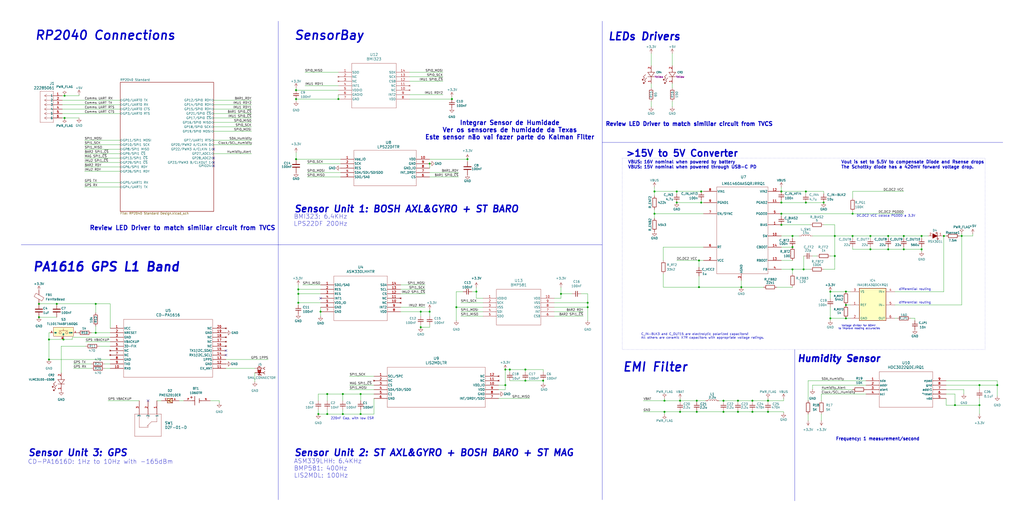
<source format=kicad_sch>
(kicad_sch (version 20231120) (generator "eeschema") (generator_version "8.0")
  (paper "User" 584.2 297.18)
  (title_block (title "On Board Computer") (date "2024-12-17") (rev "1.0") (company "Porto Space Team") (comment 1 "Miguel Amorim") (comment 2 "Teresa Monteiro"))
  (junction (at 397.51 234.95))
  (junction (at 476.25 134.62))
  (junction (at 398.78 163.83))
  (junction (at 412.75 234.95))
  (junction (at 373.38 109.22))
  (junction (at 515.62 134.62))
  (junction (at 36.83 67.31))
  (junction (at 473.71 181.61))
  (junction (at 170.18 172.72))
  (junction (at 335.28 175.26))
  (junction (at 181.61 236.22))
  (junction (at 195.58 224.79))
  (junction (at 245.11 177.8))
  (junction (at 260.35 175.26))
  (junction (at 335.28 172.72))
  (junction (at 245.11 93.345))
  (junction (at 421.005 234.95))
  (junction (at 400.05 109.22))
  (junction (at 27.94 193.675))
  (junction (at 558.8 219.71))
  (junction (at 438.15 234.95))
  (junction (at 421.005 228.6))
  (junction (at 36.195 193.675))
  (junction (at 168.91 51.435))
  (junction (at 170.18 165.1))
  (junction (at 170.18 167.64))
  (junction (at 544.83 231.14))
  (junction (at 168.91 56.515))
  (junction (at 515.62 142.24))
  (junction (at 445.77 121.92))
  (junction (at 429.26 234.95))
  (junction (at 195.58 236.22))
  (junction (at 445.77 115.57))
  (junction (at 482.6 181.61))
  (junction (at 397.51 228.6))
  (junction (at 36.83 54.61))
  (junction (at 452.12 153.67))
  (junction (at 266.7 90.805))
  (junction (at 182.88 177.8))
  (junction (at 240.03 177.8))
  (junction (at 445.77 128.27))
  (junction (at 257.81 56.515))
  (junction (at 412.75 228.6))
  (junction (at 387.985 234.95))
  (junction (at 290.83 210.82))
  (junction (at 548.64 134.62))
  (junction (at 459.74 109.22))
  (junction (at 558.8 231.14))
  (junction (at 452.12 140.97))
  (junction (at 482.6 166.37))
  (junction (at 22.225 173.355))
  (junction (at 288.29 210.82))
  (junction (at 309.88 217.17))
  (junction (at 506.73 134.62))
  (junction (at 299.72 217.17))
  (junction (at 445.77 109.22))
  (junction (at 469.9 115.57))
  (junction (at 271.78 166.37))
  (junction (at 54.61 173.355))
  (junction (at 386.08 109.22))
  (junction (at 398.78 148.59))
  (junction (at 32.385 173.355))
  (junction (at 186.69 236.22))
  (junction (at 320.04 167.64))
  (junction (at 486.41 134.62))
  (junction (at 568.96 219.71))
  (junction (at 54.61 189.865))
  (junction (at 22.225 180.975))
  (junction (at 525.78 142.24))
  (junction (at 27.94 205.105))
  (junction (at 496.57 142.24))
  (junction (at 240.03 186.69))
  (junction (at 379.095 228.6))
  (junction (at 193.04 56.515))
  (junction (at 506.73 142.24))
  (junction (at 525.78 134.62))
  (junction (at 422.91 163.83))
  (junction (at 386.08 115.57))
  (junction (at 373.38 121.92))
  (junction (at 538.48 134.62))
  (junction (at 379.095 234.95))
  (junction (at 473.71 166.37))
  (junction (at 429.26 228.6))
  (junction (at 482.6 173.99))
  (junction (at 186.69 224.79))
  (junction (at 459.74 115.57))
  (junction (at 168.91 90.805))
  (junction (at 476.25 146.05))
  (junction (at 458.47 153.67))
  (junction (at 496.57 134.62))
  (junction (at 400.05 115.57))
  (junction (at 205.74 236.22))
  (junction (at 299.72 210.82))
  (junction (at 288.29 219.71))
  (junction (at 387.985 228.6))
  (junction (at 205.74 224.79))
  (junction (at 486.41 121.92))
  (junction (at 452.12 134.62))
  (junction (at 438.15 228.6))
  (no_connect (at 121.92 92.71))
  (no_connect (at 128.905 202.565))
  (no_connect (at 128.905 200.025))
  (no_connect (at 84.455 228.6))
  (no_connect (at 121.92 94.615))
  (no_connect (at 121.92 85.09))
  (no_connect (at 121.92 90.17))
  (no_connect (at 182.88 170.18))
  (wire (pts (xy 195.58 236.22) (xy 205.74 236.22)))
  (wire (pts (xy 473.71 166.37) (xy 482.6 166.37)))
  (wire (pts (xy 36.195 193.675) (xy 27.94 193.675)))
  (wire (pts (xy 378.46 148.59) (xy 378.46 140.97)))
  (wire (pts (xy 379.095 227.33) (xy 379.095 228.6)))
  (wire (pts (xy 539.75 222.25) (xy 549.91 222.25)))
  (wire (pts (xy 54.61 189.865) (xy 62.865 189.865)))
  (wire (pts (xy 199.39 222.25) (xy 213.36 222.25)))
  (wire (pts (xy 468.63 222.25) (xy 486.41 222.25)))
  (wire (pts (xy 445.77 114.3) (xy 445.77 115.57)))
  (wire (pts (xy 371.475 57.785) (xy 371.475 60.96)))
  (wire (pts (xy 486.41 142.24) (xy 496.57 142.24)))
  (wire (pts (xy 181.61 236.22) (xy 186.69 236.22)))
  (wire (pts (xy 260.35 175.26) (xy 275.59 175.26)))
  (wire (pts (xy 205.74 224.79) (xy 213.36 224.79)))
  (wire (pts (xy 521.97 182.88) (xy 521.97 181.61)))
  (wire (pts (xy 121.92 80.01) (xy 143.51 80.01)))
  (wire (pts (xy 22.225 173.355) (xy 32.385 173.355)))
  (wire (pts (xy 240.03 185.42) (xy 240.03 186.69)))
  (wire (pts (xy 240.03 177.8) (xy 240.03 180.34)))
  (wire (pts (xy 412.75 234.95) (xy 421.005 234.95)))
  (wire (pts (xy 510.54 181.61) (xy 511.81 181.61)))
  (wire (pts (xy 463.55 219.71) (xy 463.55 222.25)))
  (wire (pts (xy 34.925 197.485) (xy 48.895 197.485)))
  (wire (pts (xy 48.26 90.17) (xy 68.58 90.17)))
  (wire (pts (xy 233.68 41.275) (xy 252.73 41.275)))
  (wire (pts (xy 401.32 121.92) (xy 373.38 121.92)))
  (wire (pts (xy 515.62 142.24) (xy 525.78 142.24)))
  (wire (pts (xy 373.38 106.68) (xy 373.38 109.22)))
  (wire (pts (xy 515.62 134.62) (xy 515.62 135.89)))
  (wire (pts (xy 41.91 210.185) (xy 52.07 210.185)))
  (wire (pts (xy 269.24 166.37) (xy 271.78 166.37)))
  (wire (pts (xy 59.69 207.645) (xy 62.865 207.645)))
  (wire (pts (xy 445.77 134.62) (xy 452.12 134.62)))
  (wire (pts (xy 397.51 234.95) (xy 412.75 234.95)))
  (wire (pts (xy 373.38 121.92) (xy 373.38 119.38)))
  (wire (pts (xy 48.26 85.09) (xy 68.58 85.09)))
  (wire (pts (xy 175.26 93.345) (xy 194.31 93.345)))
  (wire (pts (xy 548.64 133.35) (xy 548.64 134.62)))
  (polyline (pts (xy 343.535 81.28) (xy 572.135 81.28)))
  (wire (pts (xy 548.64 134.62) (xy 554.99 134.62)))
  (wire (pts (xy 548.64 134.62) (xy 548.64 173.99)))
  (wire (pts (xy 199.39 214.63) (xy 213.36 214.63)))
  (wire (pts (xy 397.51 234.315) (xy 397.51 234.95)))
  (wire (pts (xy 496.57 142.24) (xy 506.73 142.24)))
  (wire (pts (xy 445.77 109.22) (xy 459.74 109.22)))
  (wire (pts (xy 421.005 234.315) (xy 421.005 234.95)))
  (wire (pts (xy 290.83 217.17) (xy 299.72 217.17)))
  (wire (pts (xy 41.275 192.405) (xy 62.865 192.405)))
  (polyline (pts (xy 12.065 139.7) (xy 160.02 139.7)))
  (wire (pts (xy 412.75 234.315) (xy 412.75 234.95)))
  (wire (pts (xy 558.8 219.71) (xy 568.96 219.71)))
  (wire (pts (xy 429.26 234.95) (xy 438.15 234.95)))
  (wire (pts (xy 452.12 135.89) (xy 452.12 134.62)))
  (wire (pts (xy 48.26 87.63) (xy 68.58 87.63)))
  (wire (pts (xy 378.46 140.97) (xy 401.32 140.97)))
  (wire (pts (xy 544.83 224.79) (xy 544.83 231.14)))
  (wire (pts (xy 62.865 187.325) (xy 62.865 173.355)))
  (wire (pts (xy 186.69 224.79) (xy 186.69 228.6)))
  (wire (pts (xy 412.75 228.6) (xy 412.75 229.235)))
  (wire (pts (xy 422.91 163.83) (xy 422.91 160.02)))
  (wire (pts (xy 168.91 51.435) (xy 193.04 51.435)))
  (wire (pts (xy 378.46 163.83) (xy 398.78 163.83)))
  (wire (pts (xy 379.095 234.95) (xy 379.095 236.22)))
  (wire (pts (xy 260.35 166.37) (xy 264.16 166.37)))
  (wire (pts (xy 445.77 128.27) (xy 462.28 128.27)))
  (wire (pts (xy 48.26 80.01) (xy 68.58 80.01)))
  (wire (pts (xy 386.08 109.22) (xy 400.05 109.22)))
  (wire (pts (xy 309.88 218.44) (xy 309.88 217.17)))
  (wire (pts (xy 400.05 114.3) (xy 400.05 115.57)))
  (wire (pts (xy 473.71 170.18) (xy 473.71 166.37)))
  (wire (pts (xy 262.89 177.8) (xy 275.59 177.8)))
  (wire (pts (xy 52.07 189.865) (xy 54.61 189.865)))
  (wire (pts (xy 438.15 227.33) (xy 438.15 228.6)))
  (wire (pts (xy 445.77 148.59) (xy 452.12 148.59)))
  (wire (pts (xy 506.73 134.62) (xy 506.73 135.89)))
  (wire (pts (xy 445.77 140.97) (xy 452.12 140.97)))
  (wire (pts (xy 41.91 207.645) (xy 52.07 207.645)))
  (wire (pts (xy 288.29 219.71) (xy 288.29 222.25)))
  (wire (pts (xy 515.62 134.62) (xy 525.78 134.62)))
  (wire (pts (xy 486.41 120.65) (xy 486.41 121.92)))
  (wire (pts (xy 482.6 166.37) (xy 485.14 166.37)))
  (wire (pts (xy 568.96 217.17) (xy 568.96 219.71)))
  (wire (pts (xy 43.815 189.865) (xy 44.45 189.865)))
  (wire (pts (xy 245.11 98.425) (xy 261.62 98.425)))
  (wire (pts (xy 445.77 153.67) (xy 452.12 153.67)))
  (wire (pts (xy 468.63 224.79) (xy 468.63 228.6)))
  (wire (pts (xy 168.91 50.165) (xy 168.91 51.435)))
  (wire (pts (xy 186.69 236.22) (xy 195.58 236.22)))
  (wire (pts (xy 371.475 47.625) (xy 371.475 50.165)))
  (wire (pts (xy 387.985 234.315) (xy 387.985 234.95)))
  (wire (pts (xy 195.58 224.79) (xy 205.74 224.79)))
  (wire (pts (xy 459.74 109.22) (xy 469.9 109.22)))
  (wire (pts (xy 173.99 41.275) (xy 193.04 41.275)))
  (wire (pts (xy 121.92 67.31) (xy 143.51 67.31)))
  (wire (pts (xy 386.08 109.22) (xy 386.08 110.49)))
  (wire (pts (xy 461.01 217.17) (xy 494.03 217.17)))
  (wire (pts (xy 398.78 152.4) (xy 398.78 148.59)))
  (wire (pts (xy 558.8 219.71) (xy 558.8 222.25)))
  (wire (pts (xy 288.29 210.82) (xy 288.29 219.71)))
  (wire (pts (xy 371.475 30.48) (xy 371.475 37.465)))
  (wire (pts (xy 170.18 162.56) (xy 170.18 165.1)))
  (wire (pts (xy 233.68 43.815) (xy 252.73 43.815)))
  (wire (pts (xy 121.92 72.39) (xy 143.51 72.39)))
  (wire (pts (xy 35.56 59.69) (xy 68.58 59.69)))
  (wire (pts (xy 34.925 197.485) (xy 34.925 212.725)))
  (polyline (pts (xy 158.75 12.065) (xy 158.75 285.115)))
  (wire (pts (xy 266.7 90.805) (xy 266.7 92.075)))
  (wire (pts (xy 473.71 181.61) (xy 473.71 182.88)))
  (wire (pts (xy 539.75 217.17) (xy 568.96 217.17)))
  (wire (pts (xy 35.56 62.23) (xy 68.58 62.23)))
  (wire (pts (xy 233.68 46.355) (xy 252.73 46.355)))
  (wire (pts (xy 228.6 167.64) (xy 242.57 167.64)))
  (wire (pts (xy 271.78 166.37) (xy 271.78 170.18)))
  (wire (pts (xy 558.8 227.33) (xy 558.8 231.14)))
  (wire (pts (xy 452.12 153.67) (xy 458.47 153.67)))
  (wire (pts (xy 400.05 115.57) (xy 401.32 115.57)))
  (wire (pts (xy 271.78 170.18) (xy 275.59 170.18)))
  (wire (pts (xy 539.75 231.14) (xy 544.83 231.14)))
  (wire (pts (xy 299.72 217.17) (xy 309.88 217.17)))
  (wire (pts (xy 538.48 166.37) (xy 510.54 166.37)))
  (wire (pts (xy 240.03 177.8) (xy 245.11 177.8)))
  (wire (pts (xy 335.28 182.88) (xy 335.28 175.26)))
  (wire (pts (xy 228.6 162.56) (xy 242.57 162.56)))
  (wire (pts (xy 316.23 177.8) (xy 332.74 177.8)))
  (wire (pts (xy 525.78 134.62) (xy 529.59 134.62)))
  (wire (pts (xy 335.28 167.64) (xy 335.28 172.72)))
  (wire (pts (xy 168.91 56.515) (xy 193.04 56.515)))
  (wire (pts (xy 469.9 109.22) (xy 469.9 110.49)))
  (wire (pts (xy 547.37 134.62) (xy 548.64 134.62)))
  (wire (pts (xy 459.74 109.22) (xy 459.74 110.49)))
  (wire (pts (xy 386.08 115.57) (xy 400.05 115.57)))
  (wire (pts (xy 320.04 167.64) (xy 326.39 167.64)))
  (wire (pts (xy 461.01 217.17) (xy 461.01 228.6)))
  (wire (pts (xy 438.15 228.6) (xy 447.04 228.6)))
  (wire (pts (xy 510.54 173.99) (xy 548.64 173.99)))
  (wire (pts (xy 68.58 106.68) (xy 48.26 106.68)))
  (wire (pts (xy 482.6 173.99) (xy 485.14 173.99)))
  (wire (pts (xy 496.57 134.62) (xy 506.73 134.62)))
  (wire (pts (xy 558.8 231.14) (xy 558.8 236.22)))
  (wire (pts (xy 125.095 228.6) (xy 125.095 229.87)))
  (wire (pts (xy 445.77 121.92) (xy 445.77 123.19)))
  (wire (pts (xy 262.89 172.72) (xy 275.59 172.72)))
  (wire (pts (xy 316.23 172.72) (xy 335.28 172.72)))
  (wire (pts (xy 59.69 210.185) (xy 62.865 210.185)))
  (wire (pts (xy 260.35 175.26) (xy 260.35 182.88)))
  (wire (pts (xy 410.21 228.6) (xy 412.75 228.6)))
  (wire (pts (xy 506.73 134.62) (xy 515.62 134.62)))
  (wire (pts (xy 438.15 234.315) (xy 438.15 234.95)))
  (wire (pts (xy 205.74 233.68) (xy 205.74 236.22)))
  (wire (pts (xy 121.92 69.85) (xy 143.51 69.85)))
  (wire (pts (xy 48.26 97.79) (xy 68.58 97.79)))
  (wire (pts (xy 260.35 166.37) (xy 260.35 175.26)))
  (wire (pts (xy 539.75 227.33) (xy 539.75 231.14)))
  (wire (pts (xy 48.26 95.25) (xy 68.58 95.25)))
  (wire (pts (xy 56.515 197.485) (xy 62.865 197.485)))
  (wire (pts (xy 316.23 175.26) (xy 335.28 175.26)))
  (wire (pts (xy 35.56 57.15) (xy 68.58 57.15)))
  (wire (pts (xy 397.51 228.6) (xy 402.59 228.6)))
  (wire (pts (xy 398.78 163.83) (xy 422.91 163.83)))
  (wire (pts (xy 525.78 142.24) (xy 525.78 143.51)))
  (wire (pts (xy 128.905 205.105) (xy 153.035 205.105)))
  (wire (pts (xy 469.9 153.67) (xy 476.25 153.67)))
  (wire (pts (xy 181.61 224.79) (xy 186.69 224.79)))
  (wire (pts (xy 121.92 82.55) (xy 143.51 82.55)))
  (wire (pts (xy 506.73 142.24) (xy 515.62 142.24)))
  (wire (pts (xy 48.26 82.55) (xy 68.58 82.55)))
  (wire (pts (xy 145.415 212.725) (xy 145.415 217.805)))
  (wire (pts (xy 233.68 53.975) (xy 252.73 53.975)))
  (wire (pts (xy 186.69 233.68) (xy 186.69 236.22)))
  (wire (pts (xy 288.29 222.25) (xy 284.48 222.25)))
  (wire (pts (xy 387.985 234.95) (xy 397.51 234.95)))
  (wire (pts (xy 458.47 146.05) (xy 458.47 153.67)))
  (wire (pts (xy 525.78 142.24) (xy 525.78 140.97)))
  (wire (pts (xy 27.94 189.865) (xy 28.575 189.865)))
  (wire (pts (xy 316.23 180.34) (xy 332.74 180.34)))
  (wire (pts (xy 459.74 115.57) (xy 469.9 115.57)))
  (wire (pts (xy 186.69 224.79) (xy 195.58 224.79)))
  (wire (pts (xy 181.61 224.79) (xy 181.61 228.6)))
  (wire (pts (xy 54.61 173.355) (xy 62.865 173.355)))
  (wire (pts (xy 35.56 54.61) (xy 36.83 54.61)))
  (wire (pts (xy 27.94 189.865) (xy 27.94 193.675)))
  (wire (pts (xy 476.25 146.05) (xy 476.25 153.67)))
  (wire (pts (xy 41.275 192.405) (xy 41.275 193.675)))
  (wire (pts (xy 121.92 87.63) (xy 143.51 87.63)))
  (wire (pts (xy 170.18 165.1) (xy 182.88 165.1)))
  (wire (pts (xy 170.18 165.1) (xy 170.18 167.64)))
  (wire (pts (xy 181.61 233.68) (xy 181.61 236.22)))
  (wire (pts (xy 468.63 236.22) (xy 468.63 240.03)))
  (wire (pts (xy 245.11 177.8) (xy 245.11 180.34)))
  (wire (pts (xy 412.75 228.6) (xy 421.005 228.6)))
  (wire (pts (xy 473.71 146.05) (xy 476.25 146.05)))
  (wire (pts (xy 373.38 109.22) (xy 386.08 109.22)))
  (wire (pts (xy 320.04 163.83) (xy 320.04 167.64)))
  (wire (pts (xy 228.6 175.26) (xy 242.57 175.26)))
  (wire (pts (xy 182.88 177.8) (xy 182.88 180.34)))
  (wire (pts (xy 438.15 228.6) (xy 438.15 229.235)))
  (wire (pts (xy 245.11 93.345) (xy 245.11 95.885)))
  (wire (pts (xy 521.97 181.61) (xy 519.43 181.61)))
  (wire (pts (xy 496.57 140.97) (xy 496.57 142.24)))
  (wire (pts (xy 121.92 74.93) (xy 143.51 74.93)))
  (wire (pts (xy 383.54 57.785) (xy 383.54 60.96)))
  (wire (pts (xy 45.085 53.975) (xy 45.085 54.61)))
  (wire (pts (xy 469.9 128.27) (xy 476.25 128.27)))
  (wire (pts (xy 549.91 222.25) (xy 549.91 224.79)))
  (wire (pts (xy 36.83 67.31) (xy 45.085 67.31)))
  (wire (pts (xy 195.58 224.79) (xy 195.58 228.6)))
  (wire (pts (xy 387.985 228.6) (xy 397.51 228.6)))
  (wire (pts (xy 271.78 163.83) (xy 271.78 166.37)))
  (wire (pts (xy 121.92 57.15) (xy 143.51 57.15)))
  (wire (pts (xy 515.62 140.97) (xy 515.62 142.24)))
  (wire (pts (xy 421.005 228.6) (xy 429.26 228.6)))
  (wire (pts (xy 473.71 181.61) (xy 482.6 181.61)))
  (wire (pts (xy 463.55 134.62) (xy 476.25 134.62)))
  (wire (pts (xy 335.28 172.72) (xy 335.28 175.26)))
  (wire (pts (xy 121.92 62.23) (xy 143.51 62.23)))
  (wire (pts (xy 27.94 205.105) (xy 62.865 205.105)))
  (wire (pts (xy 194.31 98.425) (xy 175.26 98.425)))
  (wire (pts (xy 245.11 185.42) (xy 245.11 186.69)))
  (wire (pts (xy 383.54 47.625) (xy 383.54 50.165)))
  (wire (pts (xy 398.78 157.48) (xy 398.78 163.83)))
  (wire (pts (xy 421.005 234.95) (xy 429.26 234.95)))
  (wire (pts (xy 61.595 228.6) (xy 79.375 228.6)))
  (wire (pts (xy 568.96 219.71) (xy 568.96 226.06)))
  (wire (pts (xy 168.91 86.995) (xy 168.91 90.805)))
  (wire (pts (xy 438.15 234.95) (xy 447.04 234.95)))
  (wire (pts (xy 205.74 236.22) (xy 213.36 236.22)))
  (wire (pts (xy 172.72 162.56) (xy 182.88 162.56)))
  (wire (pts (xy 299.72 212.09) (xy 299.72 210.82)))
  (wire (pts (xy 539.75 219.71) (xy 558.8 219.71)))
  (wire (pts (xy 193.04 53.975) (xy 193.04 56.515)))
  (wire (pts (xy 447.04 234.95) (xy 447.04 235.585)))
  (wire (pts (xy 378.46 163.83) (xy 378.46 156.21)))
  (wire (pts (xy 476.25 134.62) (xy 476.25 146.05)))
  (wire (pts (xy 309.88 212.09) (xy 309.88 210.82)))
  (wire (pts (xy 205.74 224.79) (xy 205.74 228.6)))
  (wire (pts (xy 54.61 173.355) (xy 54.61 178.435)))
  (wire (pts (xy 486.41 134.62) (xy 486.41 135.89)))
  (wire (pts (xy 443.23 163.83) (xy 452.12 163.83)))
  (wire (pts (xy 482.6 181.61) (xy 485.14 181.61)))
  (wire (pts (xy 421.005 228.6) (xy 421.005 229.235)))
  (wire (pts (xy 476.25 128.27) (xy 476.25 134.62)))
  (polyline (pts (xy 453.39 199.39) (xy 453.39 285.75)))
  (wire (pts (xy 233.68 56.515) (xy 257.81 56.515)))
  (wire (pts (xy 486.41 142.24) (xy 486.41 140.97)))
  (wire (pts (xy 245.11 186.69) (xy 240.03 186.69)))
  (wire (pts (xy 486.41 109.22) (xy 515.62 109.22)))
  (wire (pts (xy 199.39 219.71) (xy 213.36 219.71)))
  (wire (pts (xy 48.26 92.71) (xy 68.58 92.71)))
  (wire (pts (xy 194.31 90.805) (xy 168.91 90.805)))
  (wire (pts (xy 496.57 134.62) (xy 496.57 135.89)))
  (wire (pts (xy 486.41 134.62) (xy 496.57 134.62)))
  (wire (pts (xy 213.36 236.22) (xy 213.36 227.33)))
  (wire (pts (xy 445.77 115.57) (xy 459.74 115.57)))
  (wire (pts (xy 445.77 121.92) (xy 486.41 121.92)))
  (wire (pts (xy 173.99 48.895) (xy 193.04 48.895)))
  (wire (pts (xy 468.63 224.79) (xy 494.03 224.79)))
  (wire (pts (xy 463.55 219.71) (xy 494.03 219.71)))
  (wire (pts (xy 401.32 109.22) (xy 400.05 109.22)))
  (wire (pts (xy 429.26 234.315) (xy 429.26 234.95)))
  (wire (pts (xy 554.99 133.35) (xy 554.99 134.62)))
  (wire (pts (xy 284.48 227.33) (xy 302.26 227.33)))
  (wire (pts (xy 386.08 148.59) (xy 398.78 148.59)))
  (wire (pts (xy 170.18 167.64) (xy 170.18 172.72)))
  (wire (pts (xy 486.41 109.22) (xy 486.41 113.03)))
  (wire (pts (xy 473.71 175.26) (xy 473.71 181.61)))
  (wire (pts (xy 27.94 193.675) (xy 27.94 205.105)))
  (wire (pts (xy 35.56 64.77) (xy 68.58 64.77)))
  (wire (pts (xy 316.23 170.18) (xy 320.04 170.18)))
  (wire (pts (xy 331.47 167.64) (xy 335.28 167.64)))
  (wire (pts (xy 54.61 186.055) (xy 54.61 189.865)))
  (wire (pts (xy 245.11 100.965) (xy 261.62 100.965)))
  (wire (pts (xy 290.83 210.82) (xy 290.83 212.09)))
  (wire (pts (xy 447.04 227.33) (xy 447.04 228.6)))
  (wire (pts (xy 373.38 109.22) (xy 373.38 111.76)))
  (wire (pts (xy 32.385 173.355) (xy 54.61 173.355)))
  (wire (pts (xy 48.895 194.945) (xy 62.865 194.945)))
  (wire (pts (xy 452.12 134.62) (xy 455.93 134.62)))
  (wire (pts (xy 383.54 30.48) (xy 383.54 37.465)))
  (wire (pts (xy 373.38 121.92) (xy 373.38 124.46)))
  (wire (pts (xy 128.905 210.185) (xy 145.415 210.185)))
  (wire (pts (xy 170.18 172.72) (xy 170.18 173.99)))
  (wire (pts (xy 539.75 224.79) (xy 544.83 224.79)))
  (wire (pts (xy 320.04 167.64) (xy 320.04 170.18)))
  (wire (pts (xy 170.18 172.72) (xy 182.88 172.72)))
  (wire (pts (xy 262.89 180.34) (xy 275.59 180.34)))
  (wire (pts (xy 538.48 134.62) (xy 538.48 166.37)))
  (wire (pts (xy 525.78 134.62) (xy 525.78 135.89)))
  (wire (pts (xy 445.77 106.68) (xy 445.77 109.22)))
  (polyline (pts (xy 343.535 12.065) (xy 343.535 285.115)))
  (wire (pts (xy 544.83 231.14) (xy 558.8 231.14)))
  (wire (pts (xy 257.81 55.245) (xy 257.81 56.515)))
  (wire (pts (xy 120.015 228.6) (xy 125.095 228.6)))
  (wire (pts (xy 387.985 228.6) (xy 379.095 228.6)))
  (polyline (pts (xy 160.02 139.7) (xy 343.535 139.7)))
  (wire (pts (xy 41.275 193.675) (xy 36.195 193.675)))
  (wire (pts (xy 398.78 148.59) (xy 401.32 148.59)))
  (wire (pts (xy 506.73 140.97) (xy 506.73 142.24)))
  (wire (pts (xy 245.11 90.805) (xy 266.7 90.805)))
  (wire (pts (xy 458.47 153.67) (xy 462.28 153.67)))
  (wire (pts (xy 45.085 54.61) (xy 36.83 54.61)))
  (wire (pts (xy 22.225 180.975) (xy 32.385 180.975)))
  (wire (pts (xy 486.41 121.92) (xy 515.62 121.92)))
  (wire (pts (xy 379.095 234.95) (xy 387.985 234.95)))
  (wire (pts (xy 168.91 57.785) (xy 168.91 56.515)))
  (wire (pts (xy 170.18 167.64) (xy 182.88 167.64)))
  (wire (pts (xy 288.29 219.71) (xy 284.48 219.71)))
  (wire (pts (xy 290.83 210.82) (xy 299.72 210.82)))
  (wire (pts (xy 367.03 228.6) (xy 379.095 228.6)))
  (wire (pts (xy 538.48 134.62) (xy 539.75 134.62)))
  (wire (pts (xy 387.985 228.6) (xy 387.985 229.235)))
  (wire (pts (xy 228.6 177.8) (xy 240.03 177.8)))
  (wire (pts (xy 429.26 228.6) (xy 429.26 229.235)))
  (wire (pts (xy 367.03 234.95) (xy 379.095 234.95)))
  (wire (pts (xy 182.88 175.26) (xy 182.88 177.8)))
  (wire (pts (xy 195.58 233.68) (xy 195.58 236.22)))
  (wire (pts (xy 68.58 104.14) (xy 48.26 104.14)))
  (wire (pts (xy 35.56 67.31) (xy 36.83 67.31)))
  (wire (pts (xy 461.01 236.22) (xy 461.01 240.03)))
  (wire (pts (xy 422.91 163.83) (xy 435.61 163.83)))
  (wire (pts (xy 194.31 100.965) (xy 175.26 100.965)))
  (wire (pts (xy 429.26 228.6) (xy 438.15 228.6)))
  (wire (pts (xy 288.29 210.82) (xy 290.83 210.82)))
  (wire (pts (xy 228.6 165.1) (xy 242.57 165.1)))
  (wire (pts (xy 121.92 64.77) (xy 143.51 64.77)))
  (wire (pts (xy 452.12 153.67) (xy 452.12 156.21)))
  (wire (pts (xy 466.09 146.05) (xy 463.55 146.05)))
  (wire (pts (xy 121.92 59.69) (xy 143.51 59.69)))
  (wire (pts (xy 476.25 134.62) (xy 486.41 134.62)))
  (wire (pts (xy 89.535 228.6) (xy 92.075 228.6)))
  (wire (pts (xy 245.11 176.53) (xy 245.11 177.8)))
  (wire (pts (xy 397.51 228.6) (xy 397.51 229.235)))
  (wire (pts (xy 299.72 210.82) (xy 309.88 210.82)))
  (wire (pts (xy 387.985 227.33) (xy 387.985 228.6)))
  (wire (pts (xy 102.235 228.6) (xy 104.775 228.6)))
  (rectangle (start 354.965 90.17) (end 561.975 199.39) (stroke (width 0) (type dot)))
  (text "BMI323: 6.4KHz\nLPS22DF 200Hz" (at 182.88 125.73 0) (effects (font (size 2.54 2.54))))
  (text "Sensor Unit 2: ST AXL&GYRO + BOSH BARO + ST MAG " (at 167.64 258.445 0) (effects (font (size 3.81 3.81) (thickness 0.762) (bold yes) (italic yes)) (justify left)))
  (text "SensorBay" (at 167.64 20.32 0) (effects (font (size 5.08 5.08) (thickness 0.8636) (bold yes) (italic yes)) (justify left)))
  (text "RP2040 Connections" (at 19.685 20.32 0) (effects (font (size 5.08 5.08) (thickness 0.8636) (bold yes) (italic yes)) (justify left)))
  (text "C_IN-BLK3 and C_OUT15 are electrolytic polarized capacitors!\nAll others are ceramic X7R capacitors with appropriate voltage ratings." (at 365.76 191.77 0) (effects (font (size 1.27 1.27)) (justify left)))
  (text "Sensor Unit 3: GPS\n" (at 15.875 258.445 0) (effects (font (size 3.81 3.81) (thickness 0.762) (bold yes) (italic yes)) (justify left)))
  (text "VBUS: 16V nominal when powered by battery\nVBUS: 15V nominal when powered through USB-C PD\n" (at 358.14 93.98 0) (effects (font (size 1.778 1.778) (thickness 0.3556) (bold yes)) (justify left)))
  (text "Humidity Sensor\n" (at 454.66 204.724 0) (effects (font (size 3.81 3.81) (thickness 0.8636) (bold yes) (italic yes)) (justify left)))
  (text "Review LED Driver to match similiar circuit from TVCS\n" (at 393.192 70.866 0) (effects (font (size 2.286 2.286) (thickness 0.508) (bold yes))))
  (text "LEDs Drivers" (at 346.71 20.955 0) (effects (font (size 4.318 4.318) (thickness 0.8636) (bold yes) (italic yes)) (justify left)))
  (text "Review LED Driver to match similiar circuit from TVCS\n" (at 104.14 130.175 0) (effects (font (size 2.54 2.54) (thickness 0.508) (bold yes))))
  (text "EMI Filter" (at 354.965 209.55 0) (effects (font (size 5.08 5.08) (thickness 0.8636) (bold yes) (italic yes)) (justify left)))
  (text "Integrar Sensor de Humidade\nVer os sensores de humidade da Texas\nEste sensor não vai fazer parte do Kalman Filter" (at 290.83 74.295 0) (effects (font (size 2.54 2.54) (thickness 0.508) (bold yes))))
  (text "differential routing\n" (at 521.97 172.72 0) (effects (font (size 1.27 1.27))))
  (text "Sensor Unit 1: BOSH AXL&GYRO + ST BARO" (at 167.64 119.38 0) (effects (font (size 3.81 3.81) (thickness 0.762) (bold yes) (italic yes)) (justify left)))
  (text "differential routing\n" (at 521.97 165.1 0) (effects (font (size 1.27 1.27))))
  (text ">15V to 5V Converter" (at 356.87 87.63 0) (effects (font (size 3.81 3.81) (thickness 0.762) (bold yes)) (justify left)))
  (text "PA1616 GPS L1 Band" (at 18.415 152.4 0) (effects (font (size 5.08 5.08) (thickness 1.016) (bold yes) (italic yes)) (justify left)))
  (text "CD-PA1616D: 1Hz to 10Hz with -165dBm" (at 15.875 263.525 0) (effects (font (size 2.54 2.54)) (justify left)))
  (text "Vout is set to 5.5V to compensate Diode and Rsense drops\nThe Schottky diode has a 420mV forward voltage drop." (at 479.806 93.98 0) (effects (font (size 1.778 1.778) (thickness 0.3556) (bold yes)) (justify left)))
  (text "Frequency: 1 measurement/second" (at 476.758 249.428 0) (effects (font (size 1.778 1.778) (thickness 0.3556) (bold yes)) (justify left top)))
  (text "Voltage divider for 60mV \nto improve reading accuracies\n" (at 490.22 186.69 0) (effects (font (size 1.016 1.016))))
  (text "ASM339LHH: 6.4KHz\nBMP581: 400Hz\nLIS2MDL: 100Hz" (at 167.64 267.335 0) (effects (font (size 2.54 2.54)) (justify left)))
  (text "220nF Cap, with low ESR" (at 213.36 238.76 0) (effects (font (size 1.27 1.27)) (justify right)))
  (text "DC.DC2 VCC coloca PGOOD a 3.3V\n" (at 505.46 123.19 0) (effects (font (size 1.27 1.27))))
  (label "SPI1_MISO" (at 48.26 85.09 0))
  (label "DC.DC2 VCC" (at 515.62 109.22 180))
  (label "GPS TX" (at 41.91 207.645 0))
  (label "SPI0_SCK" (at 175.26 93.345 0))
  (label "Comms UART TX" (at 48.26 59.69 0))
  (label "SDA_Humidity" (at 130.81 80.01 0))
  (label "SPI0_MISO" (at 143.51 69.85 180))
  (label "MAG SPI1_~{CS}" (at 199.39 219.71 0))
  (label "GND" (at 367.03 234.95 0))
  (label "Comms UART RX" (at 48.26 57.15 0))
  (label "SPI1_SCK" (at 48.26 82.55 0))
  (label "SPI1_MISO" (at 172.72 162.56 0))
  (label "BAR1 SPI0_~{CS}" (at 143.51 64.77 180))
  (label "SPI1_MISO" (at 302.26 227.33 180))
  (label "Humidity_Alert" (at 129.54 87.63 0))
  (label "IMU2 SPI1_~{CS}" (at 242.57 167.64 180))
  (label "BAR1_RDY" (at 261.62 98.425 180))
  (label "SPI1_MOSI" (at 48.26 80.01 0))
  (label "BAR1 SPI0_~{CS}" (at 261.62 100.965 180))
  (label "SPI1_MISO" (at 262.89 180.34 0))
  (label "SPI0_MISO" (at 173.99 41.275 0))
  (label "GPS RX" (at 41.91 210.185 0))
  (label "IMU1 SPI0_~{CS}" (at 143.51 67.31 180))
  (label "IMU1 RDY2" (at 143.51 59.69 180))
  (label "BAR1_RDY" (at 143.51 57.15 180))
  (label "SPI0_SCK" (at 143.51 72.39 180))
  (label "SPI1_SCK" (at 262.89 172.72 0))
  (label "SPI1_SCK" (at 199.39 214.63 0))
  (label "SPI1_MOSI" (at 262.89 177.8 0))
  (label "GPS RX" (at 48.26 106.68 0))
  (label "SPI0_MOSI" (at 143.51 74.93 180))
  (label "SDA_Humidity" (at 468.63 217.17 0))
  (label "VBAT" (at 367.03 228.6 0))
  (label "BAR2 SPI1_~{CS}" (at 332.74 180.34 180))
  (label "GPS TX" (at 48.26 104.14 0))
  (label "IMU1 RDY1" (at 173.99 48.895 0))
  (label "GPS VBACKUP" (at 61.595 228.6 0))
  (label "IMU1 RDY2" (at 252.73 53.975 180))
  (label "BAR2 SPI1_~{CS}" (at 48.26 87.63 0))
  (label "IMU2 RDY" (at 48.26 97.79 0))
  (label "BAR2 RDY" (at 48.26 95.25 0))
  (label "DC.DC2 PGOOD" (at 515.62 121.92 180))
  (label "DC.DC2 VCC" (at 386.08 148.59 0))
  (label "Clock{slash}SCL_Humidity" (at 124.46 82.55 0))
  (label "Comms UART CTS" (at 48.26 64.77 0))
  (label "BAR2 RDY" (at 332.74 177.8 180))
  (label "Comms UART RTS" (at 48.26 62.23 0))
  (label "SPI0_SCK" (at 252.73 43.815 180))
  (label "SPI0_MOSI" (at 252.73 41.275 180))
  (label "Humidity_Alert" (at 468.63 222.25 0))
  (label "SPI0_MISO" (at 175.26 100.965 0))
  (label "GPS 1PPS" (at 153.035 205.105 180))
  (label "SPI1_MOSI" (at 199.39 222.25 0))
  (label "SPI0_MOSI" (at 175.26 98.425 0))
  (label "Clock{slash}SCL_Humidity" (at 468.63 224.79 0))
  (label "MAG SPI1_~{CS}" (at 48.26 90.17 0))
  (label "IMU1 RDY1" (at 143.51 62.23 180))
  (label "SPI1_MOSI" (at 242.57 162.56 180))
  (label "SPI1_SCK" (at 242.57 165.1 180))
  (label "IMU2 RDY" (at 242.57 175.26 180))
  (label "IMU1 SPI0_~{CS}" (at 252.73 46.355 180))
  (label "GPS VBACKUP" (at 48.895 194.945 0))
  (label "IMU2 SPI1_~{CS}" (at 48.26 92.71 0))
  (symbol (lib_id "Device:R") (at 490.22 222.25 90) (unit 1)
    (property "Reference" "R19" (at 490.22 215.9 90))
    (property "Value" "10K" (at 490.22 218.44 90))
    (property "Description" "Resistor" (effects (hide yes)))
  )
  (symbol (lib_id "power:GND") (at 469.9 115.57 0) (unit 1)
    (property "Reference" "#PWR086" (effects (hide yes)))
    (property "Value" "GND" (at 469.9 119.38 0))
    (property "Description" "Power symbol creates a global label with name \"GND\" , ground" (effects (hide yes)))
  )
  (symbol (lib_id "power:+3.3V") (at 473.71 166.37 0) (unit 1)
    (property "Reference" "#PWR079" (effects (hide yes)))
    (property "Value" "+3.3V" (at 470.662 162.56 0) (effects (justify left)))
    (property "Description" "Power symbol creates a global label with name \"+3.3V\"" (effects (hide yes)))
  )
  (symbol (lib_id "power:PWR_FLAG") (at 379.095 227.33 0) (unit 1)
    (property "Reference" "#FLG04" (effects (hide yes)))
    (property "Value" "PWR_FLAG" (at 379.095 223.52 0))
    (property "Description" "Special symbol for telling ERC where power comes from" (effects (hide yes)))
  )
  (symbol (lib_id "power:GND") (at 447.04 235.585 0) (unit 1)
    (property "Reference" "#PWR066" (effects (hide yes)))
    (property "Value" "GND" (at 447.04 239.395 0))
    (property "Description" "Power symbol creates a global label with name \"GND\" , ground" (effects (hide yes)))
  )
  (symbol (lib_id "IMU_BMI323:BMI323") (at 193.04 41.275 0) (unit 1)
    (property "Reference" "U12" (at 213.36 31.115 0) (effects (font (size 1.524 1.524))))
    (property "Value" "BMI323" (at 213.36 33.655 0) (effects (font (size 1.524 1.524))))
    (property "Footprint" "BMI323_BOS" (effects (hide yes)))
    (property "Datasheet" "BMI323" (effects (hide yes)))
  )
  (symbol (lib_id "Device:C_Small") (at 245.11 182.88 0) (unit 1)
    (property "Reference" "C15" (at 247.65 181.6162 0) (effects (justify left)))
    (property "Value" "100nF" (at 247.65 184.1562 0) (effects (justify left)))
    (property "Footprint" "Capacitor-0402:Capacitor_0402" (effects (hide yes)))
    (property "Description" "Unpolarized capacitor, small symbol" (effects (hide yes)))
  )
  (symbol (lib_id "power:GND") (at 145.415 217.805 0) (unit 1)
    (property "Reference" "#PWR068" (effects (hide yes)))
    (property "Value" "GND" (at 145.415 222.885 0))
    (property "Description" "Power symbol creates a global label with name \"GND\" , ground" (effects (hide yes)))
  )
  (symbol (lib_id "power:+3.3V") (at 468.63 240.03 180) (unit 1)
    (property "Reference" "#PWR073" (effects (hide yes)))
    (property "Value" "+3.3V" (at 468.63 245.11 0))
    (property "Description" "Power symbol creates a global label with name \"+3.3V\"" (effects (hide yes)))
  )
  (symbol (lib_id "Device:C_Small") (at 257.81 59.055 0) (unit 1)
    (property "Reference" "C10" (at 260.35 57.7912 0) (effects (justify left)))
    (property "Value" "100nF" (at 260.35 60.3312 0) (effects (justify left)))
    (property "Footprint" "Capacitor-0402:Capacitor_0402" (effects (hide yes)))
    (property "Description" "Unpolarized capacitor, small symbol" (effects (hide yes)))
  )
  (symbol (lib_id "INA181A3QDCKRQ1:INA181A3QDCKRQ1") (at 485.14 167.64 0) (unit 1)
    (property "Reference" "IC4" (at 497.84 160.02 0))
    (property "Value" "INA181A3QDCKRQ1" (at 497.84 162.56 0))
    (property "Footprint" "SOT65P210X110-6N" (effects (hide yes)))
    (property "Datasheet" "https://www.ti.com/lit/ds/symlink/ina181-q1.pdf?ts=1720003555927&ref_url=https%253A%252F%252Fwww.mouser.co.uk%252F" (effects (hide yes)))
    (property "Description" "Current Sense Amplifiers AEC-Q100, 26V, bi-directional, 350kHz current sense amplifier 6-SC70 -40 to 125" (effects (hide yes)))
    (property "Height" "1.1" (effects (hide yes)))
    (property "Mouser Part Number" "595-INA181A3QDCKRQ1" (effects (hide yes)))
    (property "Mouser Price/Stock" "https://www.mouser.co.uk/ProductDetail/Texas-Instruments/INA181A3QDCKRQ1?qs=ZcfC38r4PovROLZiIT8g1g%3D%3D" (effects (hide yes)))
    (property "Manufacturer_Name" "Texas Instruments" (effects (hide yes)))
    (property "Manufacturer_Part_Number" "INA181A3QDCKRQ1" (effects (hide yes)))
  )
  (symbol (lib_id "Device:FerriteBead") (at 22.225 169.545 0) (unit 1)
    (property "Reference" "FB1" (at 26.035 168.2241 0) (effects (justify left)))
    (property "Value" "FerriteBead" (at 26.035 170.7641 0) (effects (justify left)))
    (property "Footprint" "Ferrite:Ferrite_0603" (effects (hide yes)))
    (property "Description" "Ferrite bead" (effects (hide yes)))
  )
  (symbol (lib_id "Device:C_Small") (at 496.57 138.43 0) (mirror y) (unit 1)
    (property "Reference" "C_OUT7" (at 495.935 136.525 0) (effects (justify left)))
    (property "Value" "22u" (at 495.3 139.7 0) (effects (justify left)))
    (property "Footprint" "Capacitor-0805:Capacitor_0805" (effects (hide yes)))
    (property "Description" "Unpolarized capacitor, small symbol" (effects (hide yes)))
  )
  (symbol (lib_id "Switch_D2F-01:D2F-01-D") (at 89.535 228.6 270) (unit 1)
    (property "Reference" "SW1" (at 93.98 241.2999 90) (effects (font (size 1.524 1.524)) (justify left)))
    (property "Value" "D2F-01-D" (at 93.98 243.8399 90) (effects (font (size 1.524 1.524)) (justify left)))
    (property "Footprint" "Switch D2F-01:D2F-01-D_OMR" (effects (hide yes)))
    (property "Datasheet" "D2F-01-D" (effects (hide yes)))
  )
  (symbol (lib_id "BARO_BMP581:BMP581") (at 275.59 170.18 0) (unit 1)
    (property "Reference" "U13" (at 295.91 160.02 0) (effects (font (size 1.524 1.524))))
    (property "Value" "BMP581" (at 295.91 162.56 0) (effects (font (size 1.524 1.524))))
    (property "Footprint" "QFN10_BMP581_BOS" (effects (hide yes)))
    (property "Datasheet" "BMP581" (effects (hide yes)))
  )
  (symbol (lib_id "power:GND") (at 128.905 189.865 90) (unit 1)
    (property "Reference" "#PWR058" (effects (hide yes)))
    (property "Value" "GND" (at 133.985 189.865 90))
    (property "Description" "Power symbol creates a global label with name \"GND\" , ground" (effects (hide yes)))
  )
  (symbol (lib_id "power:GND") (at 45.085 67.31 0) (unit 1)
    (property "Reference" "#PWR067" (effects (hide yes)))
    (property "Value" "GND" (at 45.085 71.628 0))
    (property "Description" "Power symbol creates a global label with name \"GND\" , ground" (effects (hide yes)))
  )
  (symbol (lib_id "Device:C_Small") (at 181.61 231.14 0) (mirror y) (unit 1)
    (property "Reference" "C3" (at 179.07 229.87 0) (effects (justify left)))
    (property "Value" "10nF" (at 179.07 232.41 0) (effects (justify left)))
    (property "Footprint" "Capacitor-0402:Capacitor_0402" (effects (hide yes)))
    (property "Description" "Unpolarized capacitor, small symbol" (effects (hide yes)))
  )
  (symbol (lib_id "power:PWR_FLAG") (at 379.095 236.22 180) (unit 1)
    (property "Reference" "#FLG05" (effects (hide yes)))
    (property "Value" "PWR_FLAG" (at 379.095 240.03 0))
    (property "Description" "Special symbol for telling ERC where power comes from" (effects (hide yes)))
  )
  (symbol (lib_id "power:GND") (at 245.11 93.345 90) (mirror x) (unit 1)
    (property "Reference" "#PWR063" (effects (hide yes)))
    (property "Value" "GND" (at 247.904 93.345 90) (effects (justify right)))
    (property "Description" "Power symbol creates a global label with name \"GND\" , ground" (effects (hide yes)))
  )
  (symbol (lib_id "power:GND") (at 525.78 143.51 0) (unit 1)
    (property "Reference" "#PWR087" (effects (hide yes)))
    (property "Value" "GND" (at 525.78 147.955 0))
    (property "Description" "Power symbol creates a global label with name \"GND\" , ground" (effects (hide yes)))
  )
  (symbol (lib_id "VLMY1300-GS08:VLMY1300-GS08") (at 371.475 37.465 90) (mirror x) (unit 1)
    (property "Reference" "CR4" (at 375.92 41.275 90) (effects (font (size 1.016 1.016))))
    (property "Value" "VLMY1300-GS08" (effects (hide yes)))
    (property "Footprint" "LED_VISHAY_VLMX1300_VIS" (effects (hide yes)))
    (property "Datasheet" "VLMY1300-GS08" (effects (hide yes)))
    (property "Description" "Yellow" (at 375.92 43.815 90) (effects (font (size 1.016 1.016))))
  )
  (symbol (lib_id "power:PWR_FLAG") (at 548.64 133.35 0) (unit 1)
    (property "Reference" "#FLG07" (effects (hide yes)))
    (property "Value" "PWR_FLAG" (at 548.64 129.54 0))
    (property "Description" "Special symbol for telling ERC where power comes from" (effects (hide yes)))
  )
  (symbol (lib_id "power:GND") (at 27.94 205.105 0) (unit 1)
    (property "Reference" "#PWR056" (effects (hide yes)))
    (property "Value" "GND" (at 27.94 210.185 0))
    (property "Description" "Power symbol creates a global label with name \"GND\" , ground" (effects (hide yes)))
  )
  (symbol (lib_id "Device:R") (at 486.41 116.84 0) (unit 1)
    (property "Reference" "R_PG1" (at 487.68 115.57 0) (effects (justify left)))
    (property "Value" "100K" (at 487.68 118.11 0) (effects (justify left)))
    (property "Footprint" "Resistor-0603:RES_0603" (effects (hide yes)))
    (property "Description" "Resistor" (effects (hide yes)))
  )
  (symbol (lib_id "power:+3.3V") (at 245.11 176.53 0) (unit 1)
    (property "Reference" "#PWR048" (effects (hide yes)))
    (property "Value" "+3.3V" (at 243.332 172.72 0) (effects (justify left)))
    (property "Description" "Power symbol creates a global label with name \"+3.3V\"" (effects (hide yes)))
  )
  (symbol (lib_id "power:+3.3V") (at 266.7 90.805 0) (mirror y) (unit 1)
    (property "Reference" "#PWR045" (effects (hide yes)))
    (property "Value" "+3.3V" (at 266.7 85.979 0))
    (property "Description" "Power symbol creates a global label with name \"+3.3V\"" (effects (hide yes)))
  )
  (symbol (lib_id "TL1017AABF160QG:TL1017AABF160QG") (at 45.085 193.675 0) (mirror y) (unit 1)
    (property "Reference" "S3" (at 36.195 182.245 0))
    (property "Value" "TL1017AABF160QG" (at 35.56 184.785 0))
    (property "Footprint" "TL1017AABF160QG" (effects (hide yes)))
    (property "Datasheet" "https://configured-product-images.s3.amazonaws.com/2D/specs/TL1017AABF160QG.pdf" (effects (hide yes)))
    (property "Description" "TACT, Surface Mount" (effects (hide yes)))
    (property "Height" "1.7" (effects (hide yes)))
    (property "Mouser Part Number" "612-TL1017AABF160QG" (effects (hide yes)))
    (property "Mouser Price/Stock" "https://www.mouser.co.uk/ProductDetail/E-Switch/TL1017AABF160QG?qs=9vOqFld9vZWEDSBQD0ZM5A%3D%3D" (effects (hide yes)))
    (property "Manufacturer_Name" "E-Switch" (effects (hide yes)))
    (property "Manufacturer_Part_Number" "TL1017AABF160QG" (effects (hide yes)))
  )
  (symbol (lib_id "power:+3.3V") (at 461.01 240.03 180) (unit 1)
    (property "Reference" "#PWR074" (effects (hide yes)))
    (property "Value" "+3.3V" (at 461.01 245.11 0))
    (property "Description" "Power symbol creates a global label with name \"+3.3V\"" (effects (hide yes)))
  )
  (symbol (lib_id "1060TR:1060TR") (at 112.395 228.6 0) (unit 1)
    (property "Reference" "BT1" (at 111.76 221.615 0))
    (property "Value" "1060TR" (at 111.76 224.155 0))
    (property "Footprint" "BAT Holder 1060TR:BAT_1060TR" (effects (hide yes)))
    (property "MF" "Keystone" (effects (hide yes)))
    (property "MAXIMUM_PACKAGE_HEIGHT" "5.51mm" (effects (hide yes)))
    (property "Package" "1060TR Keystone" (effects (hide yes)))
    (property "Price" "None" (effects (hide yes)))
    (property "Check_prices" "https://www.snapeda.com/parts/1060TR/Keystone/view-part/?ref=eda" (effects (hide yes)))
    (property "STANDARD" "Manufacturer Recommendations" (effects (hide yes)))
    (property "PARTREV" "L" (effects (hide yes)))
    (property "SnapEDA_Link" "https://www.snapeda.com/parts/1060TR/Keystone/view-part/?ref=snap" (effects (hide yes)))
    (property "MP" "1060TR" (effects (hide yes)))
    (property "Description_1" "\n                        \n                            Holder; SMT; Vibra-Fit; Cells 2025 & 2032; Tape & Reel | Keystone Electronics 1060TR\n                        \n" (effects (hide yes)))
    (property "SNAPEDA_PN" "1060TR" (effects (hide yes)))
    (property "Availability" "In Stock" (effects (hide yes)))
    (property "MANUFACTURER" "Keystone" (effects (hide yes)))
  )
  (symbol (lib_id "Device:C_Small") (at 205.74 231.14 0) (unit 1)
    (property "Reference" "C1" (at 207.01 229.87 0) (effects (justify left)))
    (property "Value" "100nF" (at 207.01 232.41 0) (effects (justify left)))
    (property "Footprint" "Capacitor-0402:Capacitor_0402" (effects (hide yes)))
    (property "Description" "Unpolarized capacitor, small symbol" (effects (hide yes)))
  )
  (symbol (lib_id "Device:C_Small") (at 515.62 138.43 0) (mirror y) (unit 1)
    (property "Reference" "C_OUT9" (at 514.985 136.525 0) (effects (justify left)))
    (property "Value" "22u" (at 514.35 139.7 0) (effects (justify left)))
    (property "Footprint" "Capacitor-0805:Capacitor_0805" (effects (hide yes)))
    (property "Description" "Unpolarized capacitor, small symbol" (effects (hide yes)))
  )
  (symbol (lib_id "SMA_CONNECTOR:SMA_CONNECTOR") (at 147.955 210.185 0) (mirror y) (unit 1)
    (property "Reference" "J5" (at 148.209 207.899 0))
    (property "Value" "SMA_CONNECTOR" (at 149.225 215.519 0))
    (property "Footprint" "SMA_CONNECTOR:LPRS_SMA_CONNECTOR" (effects (hide yes)))
    (property "MF" "LPRS" (effects (hide yes)))
    (property "MAXIMUM_PACKAGE_HEIGHT" "8.3 mm" (effects (hide yes)))
    (property "Package" "None" (effects (hide yes)))
    (property "Price" "None" (effects (hide yes)))
    (property "Check_prices" "https://www.snapeda.com/parts/SMA%20CONNECTOR/LPRS/view-part/?ref=eda" (effects (hide yes)))
    (property "STANDARD" "Manufacturer Recommendations" (effects (hide yes)))
    (property "PARTREV" "1.3" (effects (hide yes)))
    (property "SnapEDA_Link" "https://www.snapeda.com/parts/SMA%20CONNECTOR/LPRS/view-part/?ref=snap" (effects (hide yes)))
    (property "MP" "SMA CONNECTOR" (effects (hide yes)))
    (property "Purchase-URL" "https://www.snapeda.com/api/url_track_click_mouser/?unipart_id=4703486&manufacturer=LPRS&part_name=SMA CONNECTOR&search_term=None" (effects (hide yes)))
    (property "Description_1" "\n                        \n                            RF Coaxial Straight SMA Connector\n                        \n" (effects (hide yes)))
    (property "Availability" "In Stock" (effects (hide yes)))
    (property "MANUFACTURER" "LPRS" (effects (hide yes)))
  )
  (symbol (lib_id "power:VBUS") (at 373.38 106.68 0) (unit 1)
    (property "Reference" "#PWR081" (effects (hide yes)))
    (property "Value" "VBUS" (at 373.38 102.87 0))
    (property "Description" "Power symbol creates a global label with name \"VBUS\"" (effects (hide yes)))
  )
  (symbol (lib_id "power:GND") (at 386.08 115.57 0) (unit 1)
    (property "Reference" "#PWR083" (effects (hide yes)))
    (property "Value" "GND" (at 386.08 119.38 0))
    (property "Description" "Power symbol creates a global label with name \"GND\" , ground" (effects (hide yes)))
  )
  (symbol (lib_id "Device:L") (at 459.74 134.62 90) (unit 1)
    (property "Reference" "L_SW1" (at 459.74 130.81 90))
    (property "Value" "15u" (at 459.74 132.715 90))
    (property "Footprint" "Inductor-10.1x10:Inductor_10.1x10" (effects (hide yes)))
    (property "Description" "Inductor" (effects (hide yes)))
  )
  (symbol (lib_id "power:GND") (at 266.7 99.695 0) (mirror y) (unit 1)
    (property "Reference" "#PWR046" (effects (hide yes)))
    (property "Value" "GND" (at 264.668 103.251 0) (effects (justify right)))
    (property "Description" "Power symbol creates a global label with name \"GND\" , ground" (effects (hide yes)))
  )
  (symbol (lib_id "Device:R") (at 469.9 146.05 270) (mirror x) (unit 1)
    (property "Reference" "R_FF2" (at 466.725 140.97 90) (effects (justify left)))
    (property "Value" "1k" (at 468.63 142.875 90) (effects (justify left)))
    (property "Footprint" "Resistor-0402:RES_0402" (effects (hide yes)))
    (property "Description" "Resistor" (effects (hide yes)))
  )
  (symbol (lib_id "power:GND") (at 373.38 132.08 0) (unit 1)
    (property "Reference" "#PWR082" (effects (hide yes)))
    (property "Value" "GND" (at 373.38 135.89 0))
    (property "Description" "Power symbol creates a global label with name \"GND\" , ground" (effects (hide yes)))
  )
  (symbol (lib_id "Device:R") (at 52.705 197.485 90) (unit 1)
    (property "Reference" "R11" (at 52.705 197.485 90))
    (property "Value" "470" (at 52.451 200.025 90))
    (property "Footprint" "Resistor-0402:RES_0402" (effects (hide yes)))
    (property "Description" "Resistor" (effects (hide yes)))
  )
  (symbol (lib_id "Device:R") (at 48.26 189.865 90) (mirror x) (unit 1)
    (property "Reference" "R10" (at 48.26 189.865 90))
    (property "Value" "1k" (at 48.006 187.325 90))
    (property "Footprint" "Resistor-0402:RES_0402" (effects (hide yes)))
    (property "Description" "Resistor" (effects (hide yes)))
  )
  (symbol (lib_id "Device:C_Small") (at 445.77 111.76 0) (unit 1)
    (property "Reference" "C_IN_HFI4" (at 447.675 110.49 0) (effects (justify left)))
    (property "Value" "100n" (at 447.675 113.03 0) (effects (justify left)))
    (property "Footprint" "Capacitor-0402:Capacitor_0402" (effects (hide yes)))
    (property "Description" "Unpolarized capacitor, small symbol" (effects (hide yes)))
  )
  (symbol (lib_id "Device:R") (at 373.38 115.57 0) (mirror x) (unit 1)
    (property "Reference" "R_ENT2" (at 370.84 111.76 90) (effects (justify left)))
    (property "Value" "422k" (at 375.285 115.57 0) (effects (justify left)))
    (property "Footprint" "Resistor-0402:RES_0402" (effects (hide yes)))
    (property "Description" "Resistor" (effects (hide yes)))
  )
  (symbol (lib_id "power:GND") (at 194.31 95.885 270) (unit 1)
    (property "Reference" "#PWR036" (effects (hide yes)))
    (property "Value" "GND" (at 191.516 95.885 90) (effects (justify right)))
    (property "Description" "Power symbol creates a global label with name \"GND\" , ground" (effects (hide yes)))
  )
  (symbol (lib_id "MAG_LIS2MDLTR:LIS2MDLTR") (at 213.36 214.63 0) (unit 1)
    (property "Reference" "U9" (at 248.92 204.47 0) (effects (font (size 1.524 1.524))))
    (property "Value" "LIS2MDLTR" (at 248.92 207.01 0) (effects (font (size 1.524 1.524))))
    (property "Footprint" "LGA-12_2X2X1_STM" (effects (hide yes)))
    (property "Datasheet" "LIS2MDLTR" (effects (hide yes)))
  )
  (symbol (lib_id "Device:R") (at 371.475 53.975 180) (unit 1)
    (property "Reference" "R15" (at 371.475 55.88 90) (effects (justify right)))
    (property "Value" "65" (at 374.015 55.245 90) (effects (justify right)))
    (property "Footprint" "Resistor-0402:RES_0402" (effects (hide yes)))
    (property "Description" "Resistor" (effects (hide yes)))
  )
  (symbol (lib_id "power:GND") (at 168.91 57.785 0) (unit 1)
    (property "Reference" "#PWR051" (effects (hide yes)))
    (property "Value" "GND" (at 168.91 62.865 0))
    (property "Description" "Power symbol creates a global label with name \"GND\" , ground" (effects (hide yes)))
  )
  (symbol (lib_id "PinCon_22285061:22285061") (at 35.56 54.61 0) (mirror y) (unit 1)
    (property "Reference" "J1" (at 31.115 47.625 0) (effects (font (size 1.524 1.524)) (justify left)))
    (property "Value" "22285061" (at 31.115 50.165 0) (effects (font (size 1.524 1.524)) (justify left)))
    (property "Footprint" "CONN_SD-42375-001_M320_06_MOL" (effects (hide yes)))
    (property "Datasheet" "22285061" (effects (hide yes)))
  )
  (symbol (lib_id "power:+5V") (at 383.54 30.48 0) (unit 1)
    (property "Reference" "#PWR027" (effects (hide yes)))
    (property "Value" "+5V" (at 383.54 26.67 0))
    (property "Description" "Power symbol creates a global label with name \"+5V\"" (effects (hide yes)))
  )
  (symbol (lib_id "power:GND") (at 22.225 180.975 0) (unit 1)
    (property "Reference" "#PWR055" (effects (hide yes)))
    (property "Value" "GND" (at 22.225 186.055 0))
    (property "Description" "Power symbol creates a global label with name \"GND\" , ground" (effects (hide yes)))
  )
  (symbol (lib_id "power:+3.3V") (at 168.91 50.165 0) (unit 1)
    (property "Reference" "#PWR037" (effects (hide yes)))
    (property "Value" "+3.3V" (at 165.862 46.355 0) (effects (justify left)))
    (property "Description" "Power symbol creates a global label with name \"+3.3V\"" (effects (hide yes)))
  )
  (symbol (lib_id "Device:C_Small") (at 459.74 113.03 0) (unit 1)
    (property "Reference" "C_IN4" (at 461.645 111.125 0) (effects (justify left)))
    (property "Value" "4.7u" (at 461.645 113.665 0) (effects (justify left)))
    (property "Footprint" "Capacitor-1206:Capacitor_1206" (effects (hide yes)))
    (property "Description" "Unpolarized capacitor, small symbol" (effects (hide yes)))
  )
  (symbol (lib_id "Device:R") (at 55.88 210.185 90) (unit 1)
    (property "Reference" "R25" (at 55.88 210.185 90))
    (property "Value" "470" (at 55.88 212.725 90))
    (property "Footprint" "Resistor-0402:RES_0402" (effects (hide yes)))
    (property "Description" "Resistor" (effects (hide yes)))
  )
  (symbol (lib_id "Device:C_Small") (at 521.97 185.42 0) (mirror y) (unit 1)
    (property "Reference" "C_LP1" (at 528.955 184.15 0) (effects (font (size 1.016 1.016)) (justify left)))
    (property "Value" "10n" (at 528.32 186.69 0) (effects (justify left)))
    (property "Footprint" "Capacitor-0603:Capacitor_0603" (effects (hide yes)))
    (property "Description" "Unpolarized capacitor, small symbol" (effects (hide yes)))
  )
  (symbol (lib_id "power:+3.3V") (at 170.18 162.56 0) (unit 1)
    (property "Reference" "#PWR040" (effects (hide yes)))
    (property "Value" "+3.3V" (at 166.878 158.75 0) (effects (justify left)))
    (property "Description" "Power symbol creates a global label with name \"+3.3V\"" (effects (hide yes)))
  )
  (symbol (lib_id "GreenLED__VLMC3100-GS08:VLMC3100-GS08") (at 34.925 212.725 90) (mirror x) (unit 1)
    (property "Reference" "CR2" (at 31.115 213.995 90) (effects (font (size 1.143 1.143)) (justify left)))
    (property "Value" "VLMC3100-GS08" (at 31.115 216.535 90) (effects (font (size 1.143 1.143)) (justify left)))
    (property "Footprint" "LED-Green_VLMC3100-GS08:LED_PLCC_VSMB" (effects (hide yes)))
    (property "Datasheet" "VLMC3100-GS08" (effects (hide yes)))
  )
  (symbol (lib_id "Device:C_Small") (at 186.69 231.14 0) (unit 1)
    (property "Reference" "C2" (at 188.595 229.87 0) (effects (justify left)))
    (property "Value" "10nF" (at 188.595 232.41 0) (effects (justify left)))
    (property "Footprint" "Capacitor-0402:Capacitor_0402" (effects (hide yes)))
    (property "Description" "Unpolarized capacitor, small symbol" (effects (hide yes)))
  )
  (symbol (lib_id "power:GND") (at 168.91 98.425 0) (unit 1)
    (property "Reference" "#PWR034" (effects (hide yes)))
    (property "Value" "GND" (at 170.942 101.981 0) (effects (justify right)))
    (property "Description" "Power symbol creates a global label with name \"GND\" , ground" (effects (hide yes)))
  )
  (symbol (lib_id "power:GND") (at 335.28 182.88 0) (unit 1)
    (property "Reference" "#PWR033" (effects (hide yes)))
    (property "Value" "GND" (at 335.28 187.96 0))
    (property "Description" "Power symbol creates a global label with name \"GND\" , ground" (effects (hide yes)))
  )
  (symbol (lib_id "Device:C_Small") (at 525.78 138.43 0) (mirror y) (unit 1)
    (property "Reference" "C_OUT10" (at 525.145 136.525 0) (effects (justify left)))
    (property "Value" "560u" (at 524.51 139.7 0) (effects (justify left)))
    (property "Footprint" "Capacitor-8mm:Capacitor_8mm" (effects (hide yes)))
    (property "Description" "Unpolarized capacitor, small symbol" (effects (hide yes)))
  )
  (symbol (lib_id "Device:C_Small") (at 299.72 214.63 0) (unit 1)
    (property "Reference" "C17" (at 301.625 213.36 0) (effects (justify left)))
    (property "Value" "100nF" (at 301.625 215.9 0) (effects (justify left)))
    (property "Footprint" "Capacitor-0402:Capacitor_0402" (effects (hide yes)))
    (property "Description" "Unpolarized capacitor, small symbol" (effects (hide yes)))
  )
  (symbol (lib_id "power:+5V") (at 45.085 53.975 0) (unit 1)
    (property "Reference" "#PWR050" (effects (hide yes)))
    (property "Value" "+5V" (at 45.085 50.165 0))
    (property "Description" "Power symbol creates a global label with name \"+5V\"" (effects (hide yes)))
  )
  (symbol (lib_id "Device:R") (at 439.42 163.83 90) (unit 1)
    (property "Reference" "R_FBB2" (at 443.23 159.385 90) (effects (justify left)))
    (property "Value" "22k1" (at 441.96 161.29 90) (effects (justify left)))
    (property "Footprint" "Resistor-0603:RES_0603" (effects (hide yes)))
    (property "Description" "Resistor" (effects (hide yes)))
  )
  (symbol (lib_id "DCDC_LM61460:LM61460AASQRJRRQ1") (at 394.97 111.76 0) (unit 1)
    (property "Reference" "U7" (at 424.18 100.965 0) (effects (font (size 1.524 1.524))))
    (property "Value" "LM61460AASQRJRRQ1" (at 424.18 104.775 0) (effects (font (size 1.524 1.524))))
    (property "Footprint" "VQFN-HR14_RJR_TEX" (effects (hide yes)))
    (property "Datasheet" "LM61460AASQRJRRQ1" (effects (hide yes)))
  )
  (symbol (lib_id "power:PWR_FLAG") (at 36.83 54.61 0) (unit 1)
    (property "Reference" "#FLG01" (effects (hide yes)))
    (property "Value" "PWR_FLAG" (at 36.83 49.53 0))
    (property "Description" "Special symbol for telling ERC where power comes from" (effects (hide yes)))
  )
  (symbol (lib_id "Device:C_Small") (at 486.41 138.43 0) (mirror y) (unit 1)
    (property "Reference" "C_OUT6" (at 485.775 136.525 0) (effects (justify left)))
    (property "Value" "22u" (at 485.14 139.7 0) (effects (justify left)))
    (property "Footprint" "Capacitor-0805:Capacitor_0805" (effects (hide yes)))
    (property "Description" "Unpolarized capacitor, small symbol" (effects (hide yes)))
  )
  (symbol (lib_id "power:GND") (at 568.96 226.06 0) (unit 1)
    (property "Reference" "#PWR070" (effects (hide yes)))
    (property "Value" "GND" (at 568.96 231.14 0))
    (property "Description" "Power symbol creates a global label with name \"GND\" , ground" (effects (hide yes)))
  )
  (symbol (lib_id "GPS_adafruit:5186") (at 62.865 187.325 0) (unit 1)
    (property "Reference" "U5" (at 95.885 177.165 0) (effects (font (size 1.524 1.524))))
    (property "Value" "CD-PA1616" (at 95.885 179.705 0) (effects (font (size 1.524 1.524))))
    (property "Footprint" "GPS_adafruit:CD-PA1616D_ADA" (effects (hide yes)))
    (property "Datasheet" "5186" (effects (hide yes)))
  )
  (symbol (lib_id "power:+3.3V") (at 271.78 163.83 0) (unit 1)
    (property "Reference" "#PWR044" (effects (hide yes)))
    (property "Value" "+3.3V" (at 271.78 158.75 0))
    (property "Description" "Power symbol creates a global label with name \"+3.3V\"" (effects (hide yes)))
  )
  (symbol (lib_id "power:GND") (at 182.88 180.34 0) (unit 1)
    (property "Reference" "#PWR043" (effects (hide yes)))
    (property "Value" "GND" (at 182.88 184.404 0))
    (property "Description" "Power symbol creates a global label with name \"GND\" , ground" (effects (hide yes)))
  )
  (symbol (lib_id "power:GND") (at 473.71 182.88 0) (unit 1)
    (property "Reference" "#PWR078" (effects (hide yes)))
    (property "Value" "GND" (at 473.71 186.69 0))
    (property "Description" "Power symbol creates a global label with name \"GND\" , ground" (effects (hide yes)))
  )
  (symbol (lib_id "Device:C_Small") (at 400.05 111.76 0) (mirror y) (unit 1)
    (property "Reference" "C_IN_HFI3" (at 398.145 110.49 0) (effects (justify left)))
    (property "Value" "100n" (at 398.145 113.03 0) (effects (justify left)))
    (property "Footprint" "Capacitor-0402:Capacitor_0402" (effects (hide yes)))
    (property "Description" "Unpolarized capacitor, small symbol" (effects (hide yes)))
  )
  (symbol (lib_id "Device:C_Small") (at 240.03 182.88 0) (mirror y) (unit 1)
    (property "Reference" "C12" (at 237.49 181.6162 0) (effects (justify left)))
    (property "Value" "100nF" (at 237.49 184.1562 0) (effects (justify left)))
    (property "Footprint" "Capacitor-0402:Capacitor_0402" (effects (hide yes)))
    (property "Description" "Unpolarized capacitor, small symbol" (effects (hide yes)))
  )
  (symbol (lib_id "power:+3.3V") (at 320.04 163.83 0) (unit 1)
    (property "Reference" "#PWR049" (effects (hide yes)))
    (property "Value" "+3.3V" (at 320.04 158.75 0))
    (property "Description" "Power symbol creates a global label with name \"+3.3V\"" (effects (hide yes)))
  )
  (symbol (lib_id "RSX301L-30DDTE25:RSX301L-30DDTE25") (at 544.83 134.62 0) (mirror y) (unit 1)
    (property "Reference" "D4" (at 534.67 131.445 0) (effects (justify left)))
    (property "Value" "RSX301L" (at 537.845 137.795 0) (effects (justify left)))
    (property "Footprint" "DIOM5026X220N" (effects (hide yes)))
    (property "Description" "Category Discrete Semiconductor Products Diodes Rectifiers Single Diodes Mfr Rohm Semiconductor Series - Packaging Tape & Reel (TR) Cut Tape (CT) Digi-Reel Part Status Not For New Designs Technology Schottky Voltage - DC Reverse (Vr) (Max) 30 V Current - Average Rectified (Io) 3A Voltage - Forward (Vf) (Max) @ If 420 mV @ 3 A Speed Fast Recovery =< 500ns, > 200mA (Io) Current - Reverse Leakage @ Vr 200 A @ 30 V Capacitance @ Vr, F - Mounting Type Surface Mount Package / Case" (effects (hide yes)))
    (property "Height" "2.2" (effects (hide yes)))
    (property "Mouser Part Number" "755-RSX301L-30DDTE25" (effects (hide yes)))
    (property "Mouser Price/Stock" "https://www.mouser.co.uk/ProductDetail/ROHM-Semiconductor/RSX301L-30DDTE25?qs=YCa%2FAAYMW01WyKek9N1fLg%3D%3D" (effects (hide yes)))
    (property "Manufacturer_Name" "ROHM Semiconductor" (effects (hide yes)))
    (property "Manufacturer_Part_Number" "RSX301L-30DDTE25" (effects (hide yes)))
  )
  (symbol (lib_id "Device:C") (at 266.7 95.885 180) (unit 1)
    (property "Reference" "C8" (at 271.78 94.361 0))
    (property "Value" "100nF" (at 272.034 96.393 0))
    (property "Footprint" "Capacitor-0402:Capacitor_0402" (effects (hide yes)))
    (property "Description" "Unpolarized capacitor" (effects (hide yes)))
  )
  (symbol (lib_id "Device:R") (at 383.54 53.975 180) (unit 1)
    (property "Reference" "R16" (at 383.54 55.88 90) (effects (justify right)))
    (property "Value" "150" (at 386.08 55.88 90) (effects (justify right)))
    (property "Footprint" "Resistor-0402:RES_0402" (effects (hide yes)))
    (property "Description" "Resistor" (effects (hide yes)))
  )
  (symbol (lib_id "Device:C_Small") (at 421.005 231.775 0) (unit 1)
    (property "Reference" "C23" (at 424.815 230.505 0))
    (property "Value" "2.2u" (at 424.815 232.41 0))
    (property "Footprint" "Capacitor-0402:Capacitor_0402" (effects (hide yes)))
    (property "Description" "Unpolarized capacitor, small symbol" (effects (hide yes)))
  )
  (symbol (lib_id "power:VBUS") (at 447.04 227.33 0) (unit 1)
    (property "Reference" "#PWR047" (effects (hide yes)))
    (property "Value" "VBUS" (at 447.04 223.52 0))
    (property "Description" "Power symbol creates a global label with name \"VBUS\"" (effects (hide yes)))
  )
  (symbol (lib_id "Device:R") (at 515.62 181.61 270) (unit 1)
    (property "Reference" "R_LP1" (at 513.08 181.61 90) (effects (font (size 1.016 1.016)) (justify left)))
    (property "Value" "160" (at 513.715 179.705 90) (effects (justify left)))
    (property "Footprint" "Resistor-0402:RES_0402" (effects (hide yes)))
    (property "Description" "Resistor" (effects (hide yes)))
  )
  (symbol (lib_id "power:VBUS") (at 445.77 106.68 0) (unit 1)
    (property "Reference" "#PWR085" (effects (hide yes)))
    (property "Value" "VBUS" (at 445.77 102.87 0))
    (property "Description" "Power symbol creates a global label with name \"VBUS\"" (effects (hide yes)))
  )
  (symbol (lib_id "VLMY1300-GS08:VLMY1300-GS08") (at 383.54 37.465 90) (mirror x) (unit 1)
    (property "Reference" "CR3" (at 387.985 41.275 90) (effects (font (size 1.016 1.016))))
    (property "Value" "VLMY1300-GS08" (effects (hide yes)))
    (property "Footprint" "LED_VISHAY_VLMX1300_VIS" (effects (hide yes)))
    (property "Datasheet" "VLMY1300-GS08" (effects (hide yes)))
    (property "Description" "Yellow" (at 387.985 43.815 90) (effects (font (size 1.016 1.016))))
  )
  (symbol (lib_id "Device:C_Small") (at 438.15 231.775 0) (unit 1)
    (property "Reference" "C25" (at 442.595 230.505 0))
    (property "Value" "470n" (at 442.595 232.41 0))
    (property "Footprint" "Capacitor-0402:Capacitor_0402" (effects (hide yes)))
    (property "Description" "Unpolarized capacitor, small symbol" (effects (hide yes)))
  )
  (symbol (lib_id "BARO_LPS22DFTR:LPS22DFTR") (at 194.31 90.805 0) (unit 1)
    (property "Reference" "U8" (at 221.615 81.28 0) (effects (font (size 1.524 1.524))))
    (property "Value" "LPS22DFTR" (at 221.615 83.82 0) (effects (font (size 1.524 1.524))))
    (property "Footprint" "QFN_22DFTR_STM" (effects (hide yes)))
    (property "Datasheet" "LPS22DFTR" (effects (hide yes)))
  )
  (symbol (lib_id "power:+3.3V") (at 558.8 236.22 180) (unit 1)
    (property "Reference" "#PWR072" (effects (hide yes)))
    (property "Value" "+3.3V" (at 558.8 241.3 0))
    (property "Description" "Power symbol creates a global label with name \"+3.3V\"" (effects (hide yes)))
  )
  (symbol (lib_id "Device:C_Small") (at 445.77 125.73 180) (unit 1)
    (property "Reference" "C_BIAS2" (at 455.295 124.46 0) (effects (justify left)))
    (property "Value" "1u" (at 451.485 126.365 0) (effects (justify left)))
    (property "Footprint" "Capacitor-0603:Capacitor_0603" (effects (hide yes)))
    (property "Description" "Unpolarized capacitor, small symbol" (effects (hide yes)))
  )
  (symbol (lib_id "power:+3.3V") (at 288.29 210.82 0) (unit 1)
    (property "Reference" "#PWR060" (effects (hide yes)))
    (property "Value" "+3.3V" (at 285.242 206.756 0) (effects (justify left)))
    (property "Description" "Power symbol creates a global label with name \"+3.3V\"" (effects (hide yes)))
  )
  (symbol (lib_id "power:GND") (at 521.97 187.96 0) (unit 1)
    (property "Reference" "#PWR080" (effects (hide yes)))
    (property "Value" "GND" (at 521.97 191.77 0))
    (property "Description" "Power symbol creates a global label with name \"GND\" , ground" (effects (hide yes)))
  )
  (symbol (lib_id "Device:C_Small") (at 473.71 172.72 0) (mirror y) (unit 1)
    (property "Reference" "C19" (at 471.805 171.45 0) (effects (justify left)))
    (property "Value" "100n" (at 471.805 173.99 0) (effects (justify left)))
    (property "Footprint" "Capacitor-0402:Capacitor_0402" (effects (hide yes)))
    (property "Description" "Unpolarized capacitor, small symbol" (effects (hide yes)))
  )
  (symbol (lib_id "Device:C_Small") (at 168.91 53.975 0) (unit 1)
    (property "Reference" "C9" (at 171.45 52.7112 0) (effects (justify left)))
    (property "Value" "100nF" (at 171.45 55.2512 0) (effects (justify left)))
    (property "Footprint" "Capacitor-0402:Capacitor_0402" (effects (hide yes)))
    (property "Description" "Unpolarized capacitor, small symbol" (effects (hide yes)))
  )
  (symbol (lib_id "Device:C_Small") (at 386.08 113.03 0) (mirror y) (unit 1)
    (property "Reference" "C_IN3" (at 384.175 111.125 0) (effects (justify left)))
    (property "Value" "4.7u" (at 384.175 113.665 0) (effects (justify left)))
    (property "Footprint" "Capacitor-1206:Capacitor_1206" (effects (hide yes)))
    (property "Description" "Unpolarized capacitor, small symbol" (effects (hide yes)))
  )
  (symbol (lib_id "Device:C_Small") (at 328.93 167.64 90) (unit 1)
    (property "Reference" "C16" (at 328.9363 160.655 90))
    (property "Value" "100nF" (at 328.9363 163.195 90))
    (property "Footprint" "Capacitor-0402:Capacitor_0402" (effects (hide yes)))
    (property "Description" "Unpolarized capacitor, small symbol" (effects (hide yes)))
  )
  (symbol (lib_id "Device:C_Small") (at 461.01 146.05 270) (mirror x) (unit 1)
    (property "Reference" "C_FF2" (at 458.47 140.97 90) (effects (justify left)))
    (property "Value" "22p" (at 459.105 142.875 90) (effects (justify left)))
    (property "Footprint" "Capacitor-0402:Capacitor_0402" (effects (hide yes)))
    (property "Description" "Unpolarized capacitor, small symbol" (effects (hide yes)))
  )
  (symbol (lib_id "Device:C_Small") (at 412.75 231.775 0) (unit 1)
    (property "Reference" "C22" (at 416.56 230.505 0))
    (property "Value" "2.2u" (at 416.56 232.41 0))
    (property "Footprint" "Capacitor-0402:Capacitor_0402" (effects (hide yes)))
    (property "Description" "Unpolarized capacitor, small symbol" (effects (hide yes)))
  )
  (symbol (lib_id "Device:R") (at 543.56 134.62 90) (mirror x) (unit 1)
    (property "Reference" "Rsense1" (at 543.56 132.715 90))
    (property "Value" "7.5m" (at 543.56 137.16 90))
    (property "Description" "Resistor" (effects (hide yes)))
  )
  (symbol (lib_id "Device:C") (at 32.385 177.165 0) (unit 1)
    (property "Reference" "C7" (at 34.925 175.895 0) (effects (justify left)))
    (property "Value" "100nF" (at 34.925 178.435 0) (effects (justify left)))
    (property "Footprint" "Capacitor-0402:Capacitor_0402" (effects (hide yes)))
    (property "Description" "Unpolarized capacitor" (effects (hide yes)))
  )
  (symbol (lib_id "Humidity:HDC3022QDEJRQ1") (at 494.03 217.17 0) (unit 1)
    (property "Reference" "U10" (at 516.89 207.01 0) (effects (font (size 1.524 1.524))))
    (property "Value" "HDC3022QDEJRQ1" (at 516.89 209.55 0) (effects (font (size 1.524 1.524))))
    (property "Footprint" "WSON8_DEJ_TEX" (effects (hide yes)))
    (property "Datasheet" "HDC3022QDEJRQ1" (effects (hide yes)))
  )
  (symbol (lib_id "IMU_ASM330LHHTR:ASM330LHHTR") (at 182.88 162.56 0) (unit 1)
    (property "Reference" "U4" (at 205.74 152.4 0) (effects (font (size 1.524 1.524))))
    (property "Value" "ASM330LHHTR" (at 205.74 154.94 0) (effects (font (size 1.524 1.524))))
    (property "Footprint" "LGA-14L_2P5X3X0P83_STM" (effects (hide yes)))
    (property "Datasheet" "ASM330LHHTR" (effects (hide yes)))
  )
  (symbol (lib_id "power:VBUS") (at 387.985 227.33 0) (unit 1)
    (property "Reference" "#PWR032" (effects (hide yes)))
    (property "Value" "VBAT" (at 387.985 223.52 0))
    (property "Description" "Power symbol creates a global label with name \"VBUS\"" (effects (hide yes)))
  )
  (symbol (lib_id "power:GND") (at 260.35 182.88 0) (unit 1)
    (property "Reference" "#PWR042" (effects (hide yes)))
    (property "Value" "GND" (at 260.35 187.96 0))
    (property "Description" "Power symbol creates a global label with name \"GND\" , ground" (effects (hide yes)))
  )
  (symbol (lib_id "Device:R") (at 452.12 144.78 0) (mirror y) (unit 1)
    (property "Reference" "R_BT2" (at 450.85 143.51 0) (effects (justify left)))
    (property "Value" "100" (at 450.85 146.05 0) (effects (justify left)))
    (property "Footprint" "Resistor-0402:RES_0402" (effects (hide yes)))
    (property "Description" "Resistor" (effects (hide yes)))
  )
  (symbol (lib_id "Device:C_Small") (at 398.78 154.94 0) (mirror y) (unit 1)
    (property "Reference" "C_VCC2" (at 407.67 153.67 0) (effects (justify left)))
    (property "Value" "1u" (at 403.225 156.21 0) (effects (justify left)))
    (property "Footprint" "Capacitor-0603:Capacitor_0603" (effects (hide yes)))
    (property "Description" "Unpolarized capacitor, small symbol" (effects (hide yes)))
  )
  (symbol (lib_id "Device:C_Small") (at 429.26 231.775 0) (unit 1)
    (property "Reference" "C24" (at 433.705 230.505 0))
    (property "Value" "470n" (at 433.705 232.41 0))
    (property "Footprint" "Capacitor-0402:Capacitor_0402" (effects (hide yes)))
    (property "Description" "Unpolarized capacitor, small symbol" (effects (hide yes)))
  )
  (symbol (lib_id "power:GND") (at 422.91 163.83 0) (unit 1)
    (property "Reference" "#PWR084" (effects (hide yes)))
    (property "Value" "GND" (at 422.91 167.64 0))
    (property "Description" "Power symbol creates a global label with name \"GND\" , ground" (effects (hide yes)))
  )
  (symbol (lib_id "power:GND") (at 284.48 224.79 90) (mirror x) (unit 1)
    (property "Reference" "#PWR062" (effects (hide yes)))
    (property "Value" "GND" (at 289.306 224.79 90))
    (property "Description" "Power symbol creates a global label with name \"GND\" , ground" (effects (hide yes)))
  )
  (symbol (lib_id "Device:R") (at 373.38 128.27 0) (mirror x) (unit 1)
    (property "Reference" "R_ENB2" (at 370.84 124.46 90) (effects (justify left)))
    (property "Value" "45k3" (at 375.285 128.27 0) (effects (justify left)))
    (property "Footprint" "Resistor-0402:RES_0402" (effects (hide yes)))
    (property "Description" "Resistor" (effects (hide yes)))
  )
  (symbol (lib_id "power:PWR_FLAG") (at 36.83 67.31 180) (unit 1)
    (property "Reference" "#FLG03" (effects (hide yes)))
    (property "Value" "PWR_FLAG" (at 36.83 71.755 0))
    (property "Description" "Special symbol for telling ERC where power comes from" (effects (hide yes)))
  )
  (symbol (lib_id "Device:C_Small") (at 397.51 231.775 0) (unit 1)
    (property "Reference" "C21" (at 401.32 230.505 0))
    (property "Value" "2.2u" (at 401.32 232.41 0))
    (property "Footprint" "Capacitor-0402:Capacitor_0402" (effects (hide yes)))
    (property "Description" "Unpolarized capacitor, small symbol" (effects (hide yes)))
  )
  (symbol (lib_id "Device:C_Small") (at 558.8 224.79 0) (unit 1)
    (property "Reference" "C26" (at 561.34 223.5262 0) (effects (justify left)))
    (property "Value" "0.1uF" (at 561.34 226.0662 0) (effects (justify left)))
    (property "Description" "Unpolarized capacitor, small symbol" (effects (hide yes)))
  )
  (symbol (lib_id "power:+5V") (at 554.99 133.35 0) (unit 1)
    (property "Reference" "#PWR088" (effects (hide yes)))
    (property "Value" "+5V" (at 554.99 128.905 0))
    (property "Description" "Power symbol creates a global label with name \"+5V\"" (effects (hide yes)))
  )
  (symbol (lib_id "Device:R") (at 55.88 207.645 90) (mirror x) (unit 1)
    (property "Reference" "R24" (at 55.88 207.645 90))
    (property "Value" "470" (at 55.88 205.105 90))
    (property "Footprint" "Resistor-0402:RES_0402" (effects (hide yes)))
    (property "Description" "Resistor" (effects (hide yes)))
  )
  (symbol (lib_id "power:GND") (at 549.91 224.79 0) (unit 1)
    (property "Reference" "#PWR069" (effects (hide yes)))
    (property "Value" "GND" (at 549.91 229.87 0))
    (property "Description" "Power symbol creates a global label with name \"GND\" , ground" (effects (hide yes)))
  )
  (symbol (lib_id "Device:L") (at 406.4 228.6 90) (unit 1)
    (property "Reference" "L1" (at 406.4 224.79 90))
    (property "Value" "2.2u" (at 406.4 226.695 90))
    (property "Footprint" "Inductor-10.1x10:Inductor_10.1x10" (effects (hide yes)))
    (property "Description" "Inductor" (effects (hide yes)))
  )
  (symbol (lib_id "power:GND") (at 463.55 222.25 0) (unit 1)
    (property "Reference" "#PWR071" (effects (hide yes)))
    (property "Value" "GND" (at 463.55 227.33 0))
    (property "Description" "Power symbol creates a global label with name \"GND\" , ground" (effects (hide yes)))
  )
  (symbol (lib_id "Device:C_Small") (at 387.985 231.775 0) (unit 1)
    (property "Reference" "C20" (at 391.795 230.505 0))
    (property "Value" "2.2u" (at 391.795 232.41 0))
    (property "Footprint" "Capacitor-0402:Capacitor_0402" (effects (hide yes)))
    (property "Description" "Unpolarized capacitor, small symbol" (effects (hide yes)))
  )
  (symbol (lib_id "Device:R") (at 482.6 177.8 0) (unit 1)
    (property "Reference" "R_REF2" (at 475.615 176.53 0) (effects (font (size 1.016 1.016)) (justify left)))
    (property "Value" "1k" (at 477.52 178.435 0) (effects (justify left)))
    (property "Footprint" "Resistor-0402:RES_0402" (effects (hide yes)))
    (property "Description" "Resistor" (effects (hide yes)))
  )
  (symbol (lib_id "Device:C_Small") (at 506.73 138.43 0) (mirror y) (unit 1)
    (property "Reference" "C_OUT8" (at 506.095 136.525 0) (effects (justify left)))
    (property "Value" "22u" (at 505.46 139.7 0) (effects (justify left)))
    (property "Footprint" "Capacitor-0805:Capacitor_0805" (effects (hide yes)))
    (property "Description" "Unpolarized capacitor, small symbol" (effects (hide yes)))
  )
  (symbol (lib_id "power:GND") (at 170.18 179.07 0) (unit 1)
    (property "Reference" "#PWR041" (effects (hide yes)))
    (property "Value" "GND" (at 170.18 183.134 0))
    (property "Description" "Power symbol creates a global label with name \"GND\" , ground" (effects (hide yes)))
  )
  (symbol (lib_id "Device:R") (at 378.46 152.4 0) (mirror x) (unit 1)
    (property "Reference" "R_RT2" (at 380.365 151.13 0) (effects (justify left)))
    (property "Value" "33k2" (at 380.365 153.67 0) (effects (justify left)))
    (property "Footprint" "Resistor-0603:RES_0603" (effects (hide yes)))
    (property "Description" "Resistor" (effects (hide yes)))
  )
  (symbol (lib_id "power:+3.3V") (at 168.91 86.995 0) (unit 1)
    (property "Reference" "#PWR035" (effects (hide yes)))
    (property "Value" "+3.3V" (at 168.91 82.169 0))
    (property "Description" "Power symbol creates a global label with name \"+3.3V\"" (effects (hide yes)))
  )
  (symbol (lib_id "power:GND") (at 309.88 218.44 0) (mirror y) (unit 1)
    (property "Reference" "#PWR061" (effects (hide yes)))
    (property "Value" "GND" (at 310.388 222.25 0))
    (property "Description" "Power symbol creates a global label with name \"GND\" , ground" (effects (hide yes)))
  )
  (symbol (lib_id "Device:C_Small") (at 469.9 113.03 0) (unit 1)
    (property "Reference" "C_IN-BLK2" (at 471.805 111.125 0) (effects (justify left)))
    (property "Value" "10u" (at 471.805 113.665 0) (effects (justify left)))
    (property "Footprint" "Capacitor-4mm:Capacitor_4mm" (effects (hide yes)))
    (property "Description" "Unpolarized capacitor, small symbol" (effects (hide yes)))
  )
  (symbol (lib_id "power:GND") (at 125.095 229.87 0) (unit 1)
    (property "Reference" "#PWR065" (effects (hide yes)))
    (property "Value" "GND" (at 125.095 234.95 0))
    (property "Description" "Power symbol creates a global label with name \"GND\" , ground" (effects (hide yes)))
  )
  (symbol (lib_id "power:GND") (at 34.925 222.885 0) (unit 1)
    (property "Reference" "#PWR057" (effects (hide yes)))
    (property "Value" "GND" (at 34.925 227.965 0))
    (property "Description" "Power symbol creates a global label with name \"GND\" , ground" (effects (hide yes)))
  )
  (symbol (lib_id "Device:R") (at 468.63 232.41 0) (unit 1)
    (property "Reference" "R17" (at 471.17 231.1399 0) (effects (justify left)))
    (property "Value" "5K" (at 471.17 233.6799 0) (effects (justify left)))
    (property "Description" "Resistor" (effects (hide yes)))
  )
  (symbol (lib_id "power:GND") (at 240.03 186.69 0) (unit 1)
    (property "Reference" "#PWR052" (effects (hide yes)))
    (property "Value" "GND" (at 240.03 190.754 0))
    (property "Description" "Power symbol creates a global label with name \"GND\" , ground" (effects (hide yes)))
  )
  (symbol (lib_id "power:GND") (at 371.475 60.96 0) (unit 1)
    (property "Reference" "#PWR02" (effects (hide yes)))
    (property "Value" "GND" (at 371.475 64.77 0))
    (property "Description" "Power symbol creates a global label with name \"GND\" , ground" (effects (hide yes)))
  )
  (symbol (lib_id "Device:C_Small") (at 195.58 231.14 0) (unit 1)
    (property "Reference" "C5" (at 197.485 229.87 0) (effects (justify left)))
    (property "Value" "100nF" (at 197.485 232.41 0) (effects (justify left)))
    (property "Footprint" "Capacitor-0402:Capacitor_0402" (effects (hide yes)))
    (property "Description" "Unpolarized capacitor, small symbol" (effects (hide yes)))
  )
  (symbol (lib_id "Device:C_Small") (at 290.83 214.63 0) (unit 1)
    (property "Reference" "C18" (at 292.1 213.36 0) (effects (justify left)))
    (property "Value" "10uF" (at 292.1 215.9 0) (effects (justify left)))
    (property "Footprint" "Capacitor-0805:Capacitor_0805" (effects (hide yes)))
    (property "Description" "Unpolarized capacitor, small symbol" (effects (hide yes)))
  )
  (symbol (lib_id "Device:C_Small") (at 170.18 176.53 0) (unit 1)
    (property "Reference" "C11" (at 172.72 175.2662 0) (effects (justify left)))
    (property "Value" "100nF" (at 172.72 177.8062 0) (effects (justify left)))
    (property "Footprint" "Capacitor-0402:Capacitor_0402" (effects (hide yes)))
    (property "Description" "Unpolarized capacitor, small symbol" (effects (hide yes)))
  )
  (symbol (lib_id "power:GND") (at 181.61 236.22 0) (unit 1)
    (property "Reference" "#PWR059" (effects (hide yes)))
    (property "Value" "GND" (at 181.61 241.3 0))
    (property "Description" "Power symbol creates a global label with name \"GND\" , ground" (effects (hide yes)))
  )
  (symbol (lib_id "power:GND") (at 257.81 61.595 0) (unit 1)
    (property "Reference" "#PWR038" (effects (hide yes)))
    (property "Value" "GND" (at 257.81 66.675 0))
    (property "Description" "Power symbol creates a global label with name \"GND\" , ground" (effects (hide yes)))
  )
  (symbol (lib_id "power:PWR_FLAG") (at 438.15 227.33 0) (unit 1)
    (property "Reference" "#FLG06" (effects (hide yes)))
    (property "Value" "PWR_FLAG" (at 438.15 223.52 0))
    (property "Description" "Special symbol for telling ERC where power comes from" (effects (hide yes)))
  )
  (symbol (lib_id "power:+3.3V") (at 22.225 165.735 0) (unit 1)
    (property "Reference" "#PWR054" (effects (hide yes)))
    (property "Value" "+3.3V" (at 22.225 161.925 0))
    (property "Description" "Power symbol creates a global label with name \"+3.3V\"" (effects (hide yes)))
  )
  (symbol (lib_id "Device:C") (at 168.91 94.615 0) (mirror x) (unit 1)
    (property "Reference" "C14" (at 163.83 93.091 0))
    (property "Value" "100nF" (at 163.576 95.123 0))
    (property "Footprint" "Capacitor-0402:Capacitor_0402" (effects (hide yes)))
    (property "Description" "Unpolarized capacitor" (effects (hide yes)))
  )
  (symbol (lib_id "Device:C") (at 22.225 177.165 0) (unit 1)
    (property "Reference" "C4" (at 24.511 175.895 0) (effects (justify left)))
    (property "Value" "1uF" (at 24.511 178.435 0) (effects (justify left)))
    (property "Footprint" "Capacitor-0402:Capacitor_0402" (effects (hide yes)))
    (property "Description" "Unpolarized capacitor" (effects (hide yes)))
  )
  (symbol (lib_id "Device:C_Small") (at 266.7 166.37 90) (unit 1)
    (property "Reference" "C13" (at 266.7 161.29 90))
    (property "Value" "100nF" (at 266.7 163.83 90))
    (property "Footprint" "Capacitor-0402:Capacitor_0402" (effects (hide yes)))
    (property "Description" "Unpolarized capacitor, small symbol" (effects (hide yes)))
  )
  (symbol (lib_id "Device:R") (at 452.12 160.02 0) (unit 1)
    (property "Reference" "R_FBB3" (at 454.025 158.75 0) (effects (justify left)))
    (property "Value" "120" (at 455.93 160.655 0) (effects (justify left)))
    (property "Footprint" "Resistor-0603:RES_0603" (effects (hide yes)))
    (property "Description" "Resistor" (effects (hide yes)))
  )
  (symbol (lib_id "Device:C_Small") (at 452.12 138.43 0) (unit 1)
    (property "Reference" "C_BT2" (at 444.5 137.16 0) (effects (justify left)))
    (property "Value" "100n" (at 444.5 139.065 0) (effects (justify left)))
    (property "Footprint" "Capacitor-0402:Capacitor_0402" (effects (hide yes)))
    (property "Description" "Unpolarized capacitor, small symbol" (effects (hide yes)))
  )
  (symbol (lib_id "Device:C_Small") (at 309.88 214.63 0) (unit 1)
    (property "Reference" "C6" (at 311.785 213.36 0) (effects (justify left)))
    (property "Value" "100nF" (at 311.785 215.9 0) (effects (justify left)))
    (property "Footprint" "Capacitor-0402:Capacitor_0402" (effects (hide yes)))
    (property "Description" "Unpolarized capacitor, small symbol" (effects (hide yes)))
  )
  (symbol (lib_id "Device:R") (at 54.61 182.245 0) (mirror x) (unit 1)
    (property "Reference" "R12" (at 54.61 182.245 90))
    (property "Value" "10k" (at 52.07 182.499 90))
    (property "Footprint" "Resistor-0402:RES_0402" (effects (hide yes)))
    (property "Description" "Resistor" (effects (hide yes)))
  )
  (symbol (lib_id "power:+3.3V") (at 371.475 30.48 0) (unit 1)
    (property "Reference" "#PWR01" (effects (hide yes)))
    (property "Value" "+3.3V" (at 371.475 26.67 0))
    (property "Description" "Power symbol creates a global label with name \"+3.3V\"" (effects (hide yes)))
  )
  (symbol (lib_id "PMEG2010ER:PMEG2010ER") (at 97.155 228.6 0) (mirror y) (unit 1)
    (property "Reference" "D2" (at 96.9433 222.885 0))
    (property "Value" "PMEG2010ER" (at 96.9433 225.425 0))
    (property "Footprint" "Diode-Schottky_PMEG2010ER:SODFL3517X110N" (effects (hide yes)))
    (property "MF" "NXP Semiconductors" (effects (hide yes)))
    (property "Description_1" "\n                        \n                            Rectifier Diode Schottky 1A Automotive 2-Pin SOD-123W T/R\n                        \n" (effects (hide yes)))
    (property "Package" "SOD-123 Nexperia USA" (effects (hide yes)))
    (property "Price" "None" (effects (hide yes)))
    (property "Check_prices" "https://www.snapeda.com/parts/PMEG2010ER/NXP+Semiconductors/view-part/?ref=eda" (effects (hide yes)))
    (property "STANDARD" "IPC-7351B" (effects (hide yes)))
    (property "PARTREV" "01" (effects (hide yes)))
    (property "SnapEDA_Link" "https://www.snapeda.com/parts/PMEG2010ER/NXP+Semiconductors/view-part/?ref=snap" (effects (hide yes)))
    (property "MP" "PMEG2010ER" (effects (hide yes)))
    (property "Availability" "In Stock" (effects (hide yes)))
    (property "MANUFACTURER" "NEXPERIA" (effects (hide yes)))
  )
  (symbol (lib_id "Device:R") (at 466.09 128.27 90) (unit 1)
    (property "Reference" "R_BIAS2" (at 469.9 123.825 90) (effects (justify left)))
    (property "Value" "5" (at 466.725 125.73 90) (effects (justify left)))
    (property "Footprint" "Resistor-0402:RES_0402" (effects (hide yes)))
    (property "Description" "Resistor" (effects (hide yes)))
  )
  (symbol (lib_id "Device:R") (at 466.09 153.67 270) (mirror x) (unit 1)
    (property "Reference" "R_FBT2" (at 462.915 149.225 90) (effects (justify left)))
    (property "Value" "100K" (at 463.55 151.13 90) (effects (justify left)))
    (property "Footprint" "Resistor-0603:RES_0603" (effects (hide yes)))
    (property "Description" "Resistor" (effects (hide yes)))
  )
  (symbol (lib_id "power:GND") (at 383.54 60.96 0) (unit 1)
    (property "Reference" "#PWR029" (effects (hide yes)))
    (property "Value" "GND" (at 383.54 64.77 0))
    (property "Description" "Power symbol creates a global label with name \"GND\" , ground" (effects (hide yes)))
  )
  (symbol (lib_id "power:+3.3V") (at 257.81 55.245 0) (unit 1)
    (property "Reference" "#PWR039" (effects (hide yes)))
    (property "Value" "+3.3V" (at 255.016 51.181 0) (effects (justify left)))
    (property "Description" "Power symbol creates a global label with name \"+3.3V\"" (effects (hide yes)))
  )
  (symbol (lib_id "Device:R") (at 482.6 170.18 0) (unit 1)
    (property "Reference" "R_REF1" (at 475.615 168.91 0) (effects (font (size 1.016 1.016)) (justify left)))
    (property "Value" "54k2" (at 476.25 170.815 0) (effects (justify left)))
    (property "Footprint" "Resistor-0402:RES_0402" (effects (hide yes)))
    (property "Description" "Resistor" (effects (hide yes)))
  )
  (symbol (lib_id "power:GND") (at 128.905 207.645 90) (unit 1)
    (property "Reference" "#PWR064" (effects (hide yes)))
    (property "Value" "GND" (at 133.731 207.645 90))
    (property "Description" "Power symbol creates a global label with name \"GND\" , ground" (effects (hide yes)))
  )
  (symbol (lib_id "Device:R") (at 461.01 232.41 0) (unit 1)
    (property "Reference" "R18" (at 463.55 231.1399 0) (effects (justify left)))
    (property "Value" "5K" (at 463.55 233.6799 0) (effects (justify left)))
    (property "Description" "Resistor" (effects (hide yes)))
  )
  (sheet (at 68.58 46.99) (size 53.34 73.66) (stroke (width 0.1524))
    (property "Sheetname" "RP2040 Standard" (at 68.58 46.2784 0) (effects (justify left bottom)))
    (property "Sheetfile" "RP2040 Standard Design.kicad_sch" (at 68.58 120.9806 0) (effects (justify left top)))
    (pin "GP22{slash}PWM3 A{slash}CLKIN 1" bidirectional (at 121.92 85.09 0))
    (pin "GP21{slash}SPI0 ~{CS}" bidirectional (at 121.92 64.77 0))
    (pin "GP23{slash}PWM3 B{slash}CLKOUT 1" bidirectional (at 121.92 92.71 0))
    (pin "GP20{slash}PWM2 A{slash}CLKIN 0" bidirectional (at 121.92 82.55 0))
    (pin "GP26{slash}SPI1 RDY" bidirectional (at 68.58 97.79 180))
    (pin "GP27_ADC1" bidirectional (at 121.92 87.63 0))
    (pin "GP28_ADC2" bidirectional (at 121.92 90.17 0))
    (pin "GP29{slash}SPI1 ~{CS}" bidirectional (at 68.58 92.71 180))
    (pin "GP19{slash}SPI0 MOSI" bidirectional (at 121.92 74.93 0))
    (pin "GP17{slash}SPI0 ~{CS}" bidirectional (at 121.92 67.31 0))
    (pin "GP16{slash}SPI0 MISO" bidirectional (at 121.92 69.85 0))
    (pin "GP18{slash}SPI0 SCK" bidirectional (at 121.92 72.39 0))
    (pin "GP15{slash}SPI0 RDY" bidirectional (at 121.92 62.23 0))
    (pin "GP13{slash}SPI1 ~{CS}" bidirectional (at 68.58 90.17 180))
    (pin "GP14{slash}SPI0 RDY" bidirectional (at 121.92 59.69 0))
    (pin "GP4{slash}UART1 TX" bidirectional (at 68.58 106.68 180))
    (pin "GP9{slash}SPI1 ~{CS}" bidirectional (at 68.58 87.63 180))
    (pin "GP5{slash}UART1 RX" bidirectional (at 68.58 104.14 180))
    (pin "GP8{slash}SPI1 MISO" bidirectional (at 68.58 85.09 180))
    (pin "GP7{slash}UART1 RTS" bidirectional (at 121.92 80.01 0))
    (pin "GP6{slash}SPI1 RDY" bidirectional (at 68.58 95.25 180))
    (pin "GP3{slash}UART0 RTS" bidirectional (at 68.58 64.77 180))
    (pin "GP1{slash}UART0 RX" bidirectional (at 68.58 59.69 180))
    (pin "GP0{slash}UART0 TX" bidirectional (at 68.58 57.15 180))
    (pin "GP2{slash}UART0 CTS" bidirectional (at 68.58 62.23 180))
    (pin "GP11{slash}SPI1 MOSI" bidirectional (at 68.58 80.01 180))
    (pin "GP10{slash}SPI1 SCK" bidirectional (at 68.58 82.55 180))
    (pin "GP12{slash}SPI0 RDY" bidirectional (at 121.92 57.15 0))
    (pin "GPIO24" bidirectional (at 121.92 94.615 0))
  )
)
</source>
